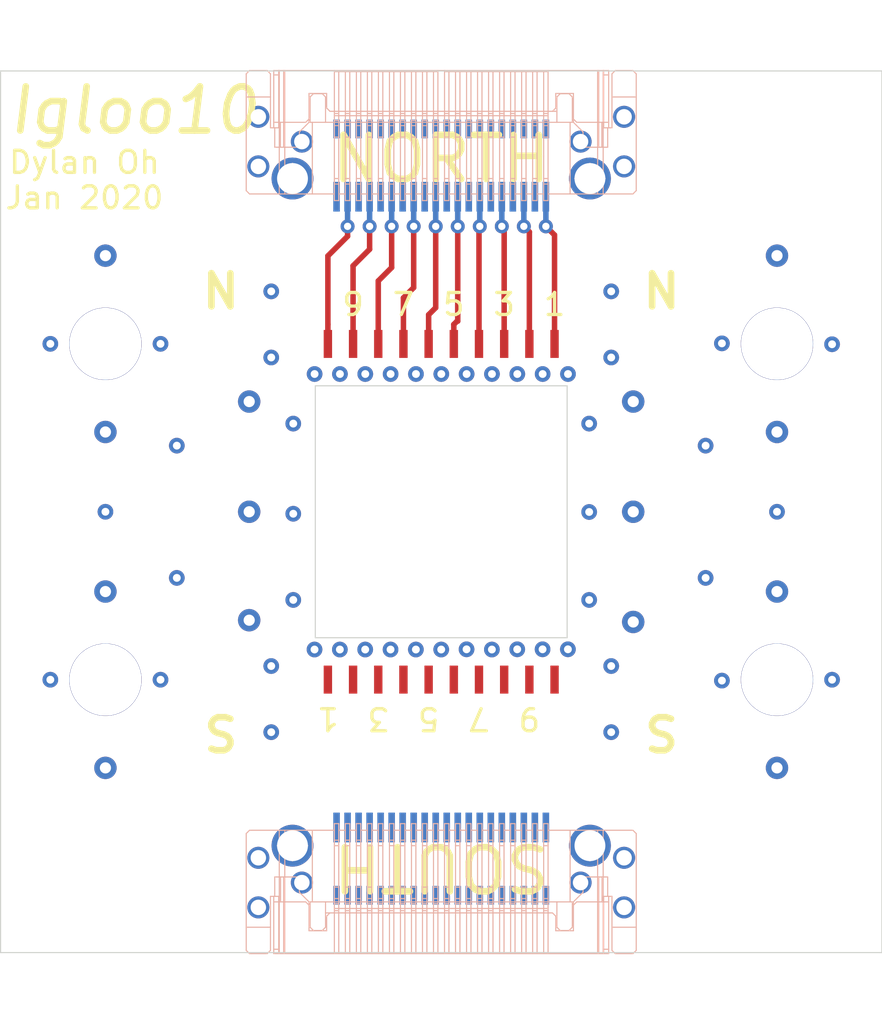
<source format=kicad_pcb>
(kicad_pcb (version 20171130) (host pcbnew "(5.1.5)-3")

  (general
    (thickness 1.6)
    (drawings 26)
    (tracks 116)
    (zones 0)
    (modules 4)
    (nets 22)
  )

  (page A4)
  (layers
    (0 F.Cu signal)
    (31 B.Cu signal)
    (32 B.Adhes user)
    (33 F.Adhes user)
    (34 B.Paste user)
    (35 F.Paste user)
    (36 B.SilkS user)
    (37 F.SilkS user)
    (38 B.Mask user)
    (39 F.Mask user)
    (40 Dwgs.User user)
    (41 Cmts.User user)
    (42 Eco1.User user)
    (43 Eco2.User user)
    (44 Edge.Cuts user)
    (45 Margin user)
    (46 B.CrtYd user)
    (47 F.CrtYd user)
    (48 B.Fab user)
    (49 F.Fab user)
  )

  (setup
    (last_trace_width 0.25)
    (trace_clearance 0.2)
    (zone_clearance 0.3)
    (zone_45_only no)
    (trace_min 0.2)
    (via_size 0.8)
    (via_drill 0.4)
    (via_min_size 0.4)
    (via_min_drill 0.3)
    (user_via 0.635 0.3302)
    (uvia_size 0.3)
    (uvia_drill 0.1)
    (uvias_allowed no)
    (uvia_min_size 0.2)
    (uvia_min_drill 0.1)
    (edge_width 0.05)
    (segment_width 0.2)
    (pcb_text_width 0.3)
    (pcb_text_size 1.5 1.5)
    (mod_edge_width 0.12)
    (mod_text_size 1 1)
    (mod_text_width 0.15)
    (pad_size 0.3 1.35)
    (pad_drill 0)
    (pad_to_mask_clearance 0.051)
    (solder_mask_min_width 0.25)
    (aux_axis_origin 0 0)
    (visible_elements FFFFFF7F)
    (pcbplotparams
      (layerselection 0x010fc_ffffffff)
      (usegerberextensions false)
      (usegerberattributes false)
      (usegerberadvancedattributes false)
      (creategerberjobfile false)
      (excludeedgelayer true)
      (linewidth 0.100000)
      (plotframeref false)
      (viasonmask false)
      (mode 1)
      (useauxorigin false)
      (hpglpennumber 1)
      (hpglpenspeed 20)
      (hpglpendiameter 15.000000)
      (psnegative false)
      (psa4output false)
      (plotreference true)
      (plotvalue true)
      (plotinvisibletext false)
      (padsonsilk false)
      (subtractmaskfromsilk false)
      (outputformat 1)
      (mirror false)
      (drillshape 1)
      (scaleselection 1)
      (outputdirectory ""))
  )

  (net 0 "")
  (net 1 "Net-(J1-Pad20)")
  (net 2 "Net-(J1-Pad16)")
  (net 3 "Net-(J1-Pad12)")
  (net 4 "Net-(J1-Pad8)")
  (net 5 "Net-(J1-Pad4)")
  (net 6 "Net-(J1-Pad28)")
  (net 7 "Net-(J1-Pad32)")
  (net 8 "Net-(J1-Pad40)")
  (net 9 "Net-(J1-Pad24)")
  (net 10 "Net-(J1-Pad36)")
  (net 11 "Net-(J2-Pad20)")
  (net 12 "Net-(J2-Pad16)")
  (net 13 "Net-(J2-Pad12)")
  (net 14 "Net-(J2-Pad8)")
  (net 15 "Net-(J2-Pad4)")
  (net 16 "Net-(J2-Pad28)")
  (net 17 "Net-(J2-Pad32)")
  (net 18 "Net-(J2-Pad40)")
  (net 19 "Net-(J2-Pad24)")
  (net 20 "Net-(J2-Pad36)")
  (net 21 GND)

  (net_class Default "This is the default net class."
    (clearance 0.2)
    (trace_width 0.25)
    (via_dia 0.8)
    (via_drill 0.4)
    (uvia_dia 0.3)
    (uvia_drill 0.1)
    (add_net GND)
    (add_net "Net-(J1-Pad12)")
    (add_net "Net-(J1-Pad16)")
    (add_net "Net-(J1-Pad20)")
    (add_net "Net-(J1-Pad24)")
    (add_net "Net-(J1-Pad28)")
    (add_net "Net-(J1-Pad32)")
    (add_net "Net-(J1-Pad36)")
    (add_net "Net-(J1-Pad4)")
    (add_net "Net-(J1-Pad40)")
    (add_net "Net-(J1-Pad8)")
    (add_net "Net-(J2-Pad12)")
    (add_net "Net-(J2-Pad16)")
    (add_net "Net-(J2-Pad20)")
    (add_net "Net-(J2-Pad24)")
    (add_net "Net-(J2-Pad28)")
    (add_net "Net-(J2-Pad32)")
    (add_net "Net-(J2-Pad36)")
    (add_net "Net-(J2-Pad4)")
    (add_net "Net-(J2-Pad40)")
    (add_net "Net-(J2-Pad8)")
  )

  (module Igloo10:LSHM-110-01-L-RH-A-S-TR (layer B.Cu) (tedit 5E1FB000) (tstamp 5E211C42)
    (at 115.87 42.5)
    (path /5E1FE2A2)
    (fp_text reference J1 (at -0.2105 10.413) (layer B.SilkS) hide
      (effects (font (size 1 1) (thickness 0.15)) (justify mirror))
    )
    (fp_text value LSHM-110-01-L-RH-A-S-TR (at -0.2105 11.413) (layer B.Fab) hide
      (effects (font (size 1 1) (thickness 0.15)) (justify mirror))
    )
    (fp_line (start -0.15 3) (end -4.85 3) (layer B.SilkS) (width 0.05))
    (fp_line (start -4.85 4.9) (end -4.85 2.95) (layer B.SilkS) (width 0.05))
    (fp_line (start -0.15 4.9) (end -0.15 2.95) (layer B.SilkS) (width 0.05))
    (fp_line (start -1.65 8.85) (end -1.65 5) (layer B.SilkS) (width 0.05))
    (fp_line (start -1.85 5) (end -1.85 8.85) (layer B.SilkS) (width 0.05))
    (fp_line (start -1.65 8.85) (end -1.85 8.85) (layer B.SilkS) (width 0.05))
    (fp_line (start -0.35 5) (end -0.35 8.85) (layer B.SilkS) (width 0.05))
    (fp_line (start -0.15 8.85) (end -0.15 5) (layer B.SilkS) (width 0.05))
    (fp_line (start -0.15 8.85) (end -0.35 8.85) (layer B.SilkS) (width 0.05))
    (fp_line (start -0.65 8.85) (end -0.65 5) (layer B.SilkS) (width 0.05))
    (fp_line (start -0.85 5) (end -0.85 8.85) (layer B.SilkS) (width 0.05))
    (fp_line (start -0.65 8.85) (end -0.85 8.85) (layer B.SilkS) (width 0.05))
    (fp_line (start -1.15 8.85) (end -1.15 5) (layer B.SilkS) (width 0.05))
    (fp_line (start -1.35 5) (end -1.35 8.85) (layer B.SilkS) (width 0.05))
    (fp_line (start -1.15 8.85) (end -1.35 8.85) (layer B.SilkS) (width 0.05))
    (fp_line (start -2.85 5) (end -2.85 8.85) (layer B.SilkS) (width 0.05))
    (fp_line (start -2.65 8.85) (end -2.65 5) (layer B.SilkS) (width 0.05))
    (fp_line (start -2.65 8.85) (end -2.85 8.85) (layer B.SilkS) (width 0.05))
    (fp_line (start -3.15 8.85) (end -3.15 5) (layer B.SilkS) (width 0.05))
    (fp_line (start -3.35 5) (end -3.35 8.85) (layer B.SilkS) (width 0.05))
    (fp_line (start -3.15 8.85) (end -3.35 8.85) (layer B.SilkS) (width 0.05))
    (fp_line (start -2.35 5) (end -2.35 8.85) (layer B.SilkS) (width 0.05))
    (fp_line (start -2.15 8.85) (end -2.15 5) (layer B.SilkS) (width 0.05))
    (fp_line (start -2.15 8.85) (end -2.35 8.85) (layer B.SilkS) (width 0.05))
    (fp_line (start -4.15 8.85) (end -4.15 5) (layer B.SilkS) (width 0.05))
    (fp_line (start -4.35 5) (end -4.35 8.85) (layer B.SilkS) (width 0.05))
    (fp_line (start -4.15 8.85) (end -4.35 8.85) (layer B.SilkS) (width 0.05))
    (fp_line (start -4.65 8.85) (end -4.65 5) (layer B.SilkS) (width 0.05))
    (fp_line (start -4.85 8.85) (end -4.85 5) (layer B.SilkS) (width 0.05))
    (fp_line (start -4.65 8.85) (end -4.85 8.85) (layer B.SilkS) (width 0.05))
    (fp_line (start -3.65 8.85) (end -3.65 5) (layer B.SilkS) (width 0.05))
    (fp_line (start -3.85 5) (end -3.85 8.85) (layer B.SilkS) (width 0.05))
    (fp_line (start -3.65 8.85) (end -3.85 8.85) (layer B.SilkS) (width 0.05))
    (fp_line (start -4.65 5.45) (end -4.85 5.45) (layer B.SilkS) (width 0.05))
    (fp_line (start -0.65 5.45) (end -0.85 5.45) (layer B.SilkS) (width 0.05))
    (fp_line (start -4.15 5.45) (end -4.35 5.45) (layer B.SilkS) (width 0.05))
    (fp_line (start -0.15 5.45) (end -0.35 5.45) (layer B.SilkS) (width 0.05))
    (fp_line (start -1.15 5.45) (end -1.35 5.45) (layer B.SilkS) (width 0.05))
    (fp_line (start -1.65 5.45) (end -1.85 5.45) (layer B.SilkS) (width 0.05))
    (fp_line (start -2.15 5.45) (end -2.35 5.45) (layer B.SilkS) (width 0.05))
    (fp_line (start -3.15 5.45) (end -3.35 5.45) (layer B.SilkS) (width 0.05))
    (fp_line (start -3.65 5.45) (end -3.85 5.45) (layer B.SilkS) (width 0.05))
    (fp_line (start -2.65 5.45) (end -2.85 5.45) (layer B.SilkS) (width 0.05))
    (fp_line (start -8.2 4.9) (end -8.4 4.9) (layer B.SilkS) (width 0.05))
    (fp_line (start -8.2 5.2) (end -8.4 5.2) (layer B.SilkS) (width 0.05))
    (fp_line (start 8.4 7.45) (end 8.2 7.45) (layer B.SilkS) (width 0.05))
    (fp_line (start 8.4 7.15) (end 8.2 7.15) (layer B.SilkS) (width 0.05))
    (fp_line (start 8.4 5.2) (end 8.2 5.2) (layer B.SilkS) (width 0.05))
    (fp_line (start 8.4 4.9) (end 8.2 4.9) (layer B.SilkS) (width 0.05))
    (fp_line (start -8.2 7.15) (end -8.4 7.15) (layer B.SilkS) (width 0.05))
    (fp_line (start -8.2 7.45) (end -8.4 7.45) (layer B.SilkS) (width 0.05))
    (fp_circle (center 6.75 7.85) (end 7.282983 7.85) (layer B.SilkS) (width 0.05))
    (fp_line (start -6.4375 6.38) (end -6.2125 6.38) (layer B.SilkS) (width 0.05))
    (fp_line (start 6.2125 6.38) (end 6.4375 6.38) (layer B.SilkS) (width 0.05))
    (fp_line (start 6.4375 5.98) (end 6.2125 5.98) (layer B.SilkS) (width 0.05))
    (fp_line (start -6.2125 5.98) (end -6.4375 5.98) (layer B.SilkS) (width 0.05))
    (fp_line (start 6.4375 5.7375) (end 6.4375 6.43) (layer B.SilkS) (width 0.05))
    (fp_line (start -6.4375 6.43) (end -6.4375 5.7375) (layer B.SilkS) (width 0.05))
    (fp_line (start 7.555555 6.43) (end 6.2125 6.43) (layer B.SilkS) (width 0.05))
    (fp_line (start -6.2125 6.43) (end -7.555555 6.43) (layer B.SilkS) (width 0.05))
    (fp_line (start 6.2125 6.43) (end 6.2125 5.93) (layer B.SilkS) (width 0.05))
    (fp_line (start 6.4375 5.93) (end 6.2125 5.93) (layer B.SilkS) (width 0.05))
    (fp_line (start 6 5.3) (end 6.4375 5.7375) (layer B.SilkS) (width 0.05))
    (fp_line (start 6 5.15) (end 6 5.3) (layer B.SilkS) (width 0.05))
    (fp_line (start -6 5.3) (end -6 5.15) (layer B.SilkS) (width 0.05))
    (fp_line (start -6.4375 5.7375) (end -6 5.3) (layer B.SilkS) (width 0.05))
    (fp_line (start -6.2125 5.93) (end -6.4375 5.93) (layer B.SilkS) (width 0.05))
    (fp_line (start -6.2125 6.43) (end -6.2125 5.93) (layer B.SilkS) (width 0.05))
    (fp_line (start 8.4 4.8) (end 8.4 5.3) (layer B.SilkS) (width 0.05))
    (fp_circle (center 6.75 7.85) (end 7.41 7.85) (layer B.SilkS) (width 0.05))
    (fp_line (start 8.2 4.8) (end 8.2 5.3) (layer B.SilkS) (width 0.05))
    (fp_line (start -8.4 5.3) (end -8.2 5.3) (layer B.SilkS) (width 0.05))
    (fp_line (start -7.75 4.15) (end -8.85 4.15) (layer B.SilkS) (width 0.05))
    (fp_line (start -8.2 7.05) (end -8.2 7.55) (layer B.SilkS) (width 0.05))
    (fp_line (start -8.4 7.55) (end -8.2 7.55) (layer B.SilkS) (width 0.05))
    (fp_line (start -8.2 7.05) (end -8.4 7.05) (layer B.SilkS) (width 0.05))
    (fp_line (start -8.2 4.8) (end -8.2 5.3) (layer B.SilkS) (width 0.05))
    (fp_line (start 8.2 5.3) (end 8.4 5.3) (layer B.SilkS) (width 0.05))
    (fp_line (start 8.4 4.8) (end 8.2 4.8) (layer B.SilkS) (width 0.05))
    (fp_line (start 8.4 7.05) (end 8.4 7.55) (layer B.SilkS) (width 0.05))
    (fp_line (start -8.2 4.8) (end -8.4 4.8) (layer B.SilkS) (width 0.05))
    (fp_line (start -8.4 7.05) (end -8.4 7.55) (layer B.SilkS) (width 0.05))
    (fp_line (start 8.2 7.55) (end 8.4 7.55) (layer B.SilkS) (width 0.05))
    (fp_line (start 8.4 7.05) (end 8.2 7.05) (layer B.SilkS) (width 0.05))
    (fp_line (start 8.2 7.05) (end 8.2 7.55) (layer B.SilkS) (width 0.05))
    (fp_line (start -8.4 4.8) (end -8.4 5.3) (layer B.SilkS) (width 0.05))
    (fp_line (start 8.85 4.15) (end 7.75 4.15) (layer B.SilkS) (width 0.05))
    (fp_line (start 7.291421 5.3) (end 7.291421 6.43) (layer B.SilkS) (width 0.05))
    (fp_line (start 7.15 5.3) (end 7.15 6.43) (layer B.SilkS) (width 0.05))
    (fp_line (start -7.15 5.3) (end -7.15 6.43) (layer B.SilkS) (width 0.05))
    (fp_line (start -7.3 6.43) (end -7.3 5.3) (layer B.SilkS) (width 0.05))
    (fp_line (start 7.555555 5.55) (end 7.555555 6.43) (layer B.SilkS) (width 0.05))
    (fp_line (start -7.555555 6.43) (end -7.555555 5.55) (layer B.SilkS) (width 0.05))
    (fp_line (start 7.6 2.95) (end 7.375 2.95) (layer B.SilkS) (width 0.05))
    (fp_line (start 7.6 3.15) (end 7.375 3.15) (layer B.SilkS) (width 0.05))
    (fp_line (start -7.6 2.95) (end -7.375 2.95) (layer B.SilkS) (width 0.05))
    (fp_line (start -7.6 3.15) (end -7.375 3.15) (layer B.SilkS) (width 0.05))
    (fp_line (start -1.85 7.85) (end -1.65 7.85) (layer B.SilkS) (width 0.05))
    (fp_line (start -1.35 7.85) (end -1.15 7.85) (layer B.SilkS) (width 0.05))
    (fp_line (start -4.85 7.85) (end -4.65 7.85) (layer B.SilkS) (width 0.05))
    (fp_line (start -4.35 7.85) (end -4.15 7.85) (layer B.SilkS) (width 0.05))
    (fp_line (start -3.85 7.85) (end -3.65 7.85) (layer B.SilkS) (width 0.05))
    (fp_line (start -2.85 7.85) (end -2.65 7.85) (layer B.SilkS) (width 0.05))
    (fp_line (start -0.85 7.85) (end -0.65 7.85) (layer B.SilkS) (width 0.05))
    (fp_line (start -2.35 7.85) (end -2.15 7.85) (layer B.SilkS) (width 0.05))
    (fp_line (start -3.35 7.85) (end -3.15 7.85) (layer B.SilkS) (width 0.05))
    (fp_line (start -0.35 7.85) (end -0.15 7.85) (layer B.SilkS) (width 0.05))
    (fp_line (start -2.15 3) (end -2.15 4.9) (layer B.SilkS) (width 0.05))
    (fp_line (start -3.65 3) (end -3.65 4.9) (layer B.SilkS) (width 0.05))
    (fp_line (start -1.65 3) (end -1.65 4.9) (layer B.SilkS) (width 0.05))
    (fp_line (start -0.85 4.9) (end -0.85 3) (layer B.SilkS) (width 0.05))
    (fp_line (start -3.15 3) (end -3.15 4.9) (layer B.SilkS) (width 0.05))
    (fp_line (start -0.65 3) (end -0.65 4.9) (layer B.SilkS) (width 0.05))
    (fp_line (start -1.15 3) (end -1.15 4.9) (layer B.SilkS) (width 0.05))
    (fp_line (start -0.35 4.9) (end -0.35 3) (layer B.SilkS) (width 0.05))
    (fp_line (start -2.65 3) (end -2.65 4.9) (layer B.SilkS) (width 0.05))
    (fp_line (start -4.35 4.9) (end -4.35 3) (layer B.SilkS) (width 0.05))
    (fp_line (start -2.35 4.9) (end -2.35 3) (layer B.SilkS) (width 0.05))
    (fp_line (start -4.65 3) (end -4.65 4.9) (layer B.SilkS) (width 0.05))
    (fp_line (start -1.35 4.9) (end -1.35 3) (layer B.SilkS) (width 0.05))
    (fp_line (start -1.85 4.9) (end -1.85 3) (layer B.SilkS) (width 0.05))
    (fp_line (start -3.85 4.9) (end -3.85 3) (layer B.SilkS) (width 0.05))
    (fp_line (start -3.35 4.9) (end -3.35 3) (layer B.SilkS) (width 0.05))
    (fp_line (start -4.15 3) (end -4.15 4.9) (layer B.SilkS) (width 0.05))
    (fp_line (start -2.85 4.9) (end -2.85 3) (layer B.SilkS) (width 0.05))
    (fp_line (start 7.35 2.95) (end -7.375 2.95) (layer B.SilkS) (width 0.05))
    (fp_line (start 7.35 2.95) (end 7.35 5.3) (layer B.SilkS) (width 0.05))
    (fp_line (start 7.1 2.95) (end 7.1 5.3) (layer B.SilkS) (width 0.05))
    (fp_line (start -7.1 2.95) (end -7.1 5.3) (layer B.SilkS) (width 0.05))
    (fp_line (start -7.35 2.95) (end -7.35 5.3) (layer B.SilkS) (width 0.05))
    (fp_line (start 7.375 2.95) (end 7.375 5.3) (layer B.SilkS) (width 0.05))
    (fp_line (start -7.375 2.95) (end -7.375 5.3) (layer B.SilkS) (width 0.05))
    (fp_line (start 6.057 7.85) (end 7.443 7.85) (layer B.SilkS) (width 0.05))
    (fp_line (start 6.75 7.157) (end 6.75 8.543) (layer B.SilkS) (width 0.05))
    (fp_line (start -6.75 7.157) (end -6.75 8.543) (layer B.SilkS) (width 0.05))
    (fp_line (start -7.35375 7.85) (end -6.14625 7.85) (layer B.SilkS) (width 0.05))
    (fp_line (start -7.375 5.55) (end -7.375 5.3) (layer B.SilkS) (width 0.05))
    (fp_line (start -7.6 5.55) (end -7.6 2.95) (layer B.SilkS) (width 0.05))
    (fp_line (start 7.375 5.55) (end 7.375 5.3) (layer B.SilkS) (width 0.05))
    (fp_line (start 7.6 5.55) (end 7.6 2.95) (layer B.SilkS) (width 0.05))
    (fp_line (start -2.35 8.55) (end -2.65 8.55) (layer B.SilkS) (width 0.05))
    (fp_line (start -0.85 8.55) (end -1.15 8.55) (layer B.SilkS) (width 0.05))
    (fp_line (start -0.35 8.55) (end -0.65 8.55) (layer B.SilkS) (width 0.05))
    (fp_line (start -1.85 8.55) (end -2.15 8.55) (layer B.SilkS) (width 0.05))
    (fp_line (start -2.85 8.55) (end -3.15 8.55) (layer B.SilkS) (width 0.05))
    (fp_line (start -1.35 8.55) (end -1.65 8.55) (layer B.SilkS) (width 0.05))
    (fp_line (start 8.7 8.55) (end 4.85 8.55) (layer B.SilkS) (width 0.05))
    (fp_line (start -4.85 8.55) (end -8.7 8.55) (layer B.SilkS) (width 0.05))
    (fp_line (start -3.85 8.55) (end -4.15 8.55) (layer B.SilkS) (width 0.05))
    (fp_line (start -3.35 8.55) (end -3.65 8.55) (layer B.SilkS) (width 0.05))
    (fp_line (start -4.35 8.55) (end -4.65 8.55) (layer B.SilkS) (width 0.05))
    (fp_line (start 7.75 5.55) (end 7.75 3.1) (layer B.SilkS) (width 0.05))
    (fp_line (start 8.85 3.1) (end 8.85 8.4) (layer B.SilkS) (width 0.05))
    (fp_line (start 7.35 5.55) (end 7.75 5.55) (layer B.SilkS) (width 0.05))
    (fp_line (start 7.75 3.1) (end 7.9 2.95) (layer B.SilkS) (width 0.05))
    (fp_line (start 7.9 2.95) (end 8.7 2.95) (layer B.SilkS) (width 0.05))
    (fp_line (start 8.7 2.95) (end 8.85 3.1) (layer B.SilkS) (width 0.05))
    (fp_line (start 8.85 8.4) (end 8.7 8.55) (layer B.SilkS) (width 0.05))
    (fp_line (start -7.75 5.55) (end -7.35 5.55) (layer B.SilkS) (width 0.05))
    (fp_line (start -7.9 2.95) (end -7.75 3.1) (layer B.SilkS) (width 0.05))
    (fp_line (start -8.7 8.55) (end -8.85 8.4) (layer B.SilkS) (width 0.05))
    (fp_line (start -8.85 8.4) (end -8.85 3.1) (layer B.SilkS) (width 0.05))
    (fp_line (start -8.85 3.1) (end -8.7 2.95) (layer B.SilkS) (width 0.05))
    (fp_line (start -8.7 2.95) (end -7.9 2.95) (layer B.SilkS) (width 0.05))
    (fp_line (start -7.75 3.1) (end -7.75 5.55) (layer B.SilkS) (width 0.05))
    (fp_line (start 5.95 5.3) (end -5.95 5.3) (layer B.SilkS) (width 0.05))
    (fp_line (start -2.15 4.9) (end -2.15 5) (layer B.SilkS) (width 0.05))
    (fp_line (start -3.65 4.9) (end -3.65 5) (layer B.SilkS) (width 0.05))
    (fp_line (start -0.85 4.9) (end -0.65 4.9) (layer B.SilkS) (width 0.05))
    (fp_line (start -1.65 4.9) (end -1.65 5) (layer B.SilkS) (width 0.05))
    (fp_line (start -2.85 4.9) (end -2.65 4.9) (layer B.SilkS) (width 0.05))
    (fp_line (start -0.85 5) (end -0.85 4.9) (layer B.SilkS) (width 0.05))
    (fp_line (start -4.85 4.9) (end -4.65 4.9) (layer B.SilkS) (width 0.05))
    (fp_line (start -0.35 4.9) (end -0.15 4.9) (layer B.SilkS) (width 0.05))
    (fp_line (start -3.15 4.9) (end -3.15 5) (layer B.SilkS) (width 0.05))
    (fp_line (start -2.35 4.9) (end -2.15 4.9) (layer B.SilkS) (width 0.05))
    (fp_line (start -0.65 4.9) (end -0.65 5) (layer B.SilkS) (width 0.05))
    (fp_line (start -4.35 4.9) (end -4.15 4.9) (layer B.SilkS) (width 0.05))
    (fp_line (start -1.85 4.9) (end -1.65 4.9) (layer B.SilkS) (width 0.05))
    (fp_line (start -1.15 4.9) (end -1.15 5) (layer B.SilkS) (width 0.05))
    (fp_line (start -0.35 5) (end -0.35 4.9) (layer B.SilkS) (width 0.05))
    (fp_line (start -2.65 4.9) (end -2.65 5) (layer B.SilkS) (width 0.05))
    (fp_line (start -3.85 4.9) (end -3.65 4.9) (layer B.SilkS) (width 0.05))
    (fp_line (start -4.35 5) (end -4.35 4.9) (layer B.SilkS) (width 0.05))
    (fp_line (start -2.35 5) (end -2.35 4.9) (layer B.SilkS) (width 0.05))
    (fp_line (start -4.65 4.9) (end -4.65 5) (layer B.SilkS) (width 0.05))
    (fp_line (start -1.35 4.9) (end -1.15 4.9) (layer B.SilkS) (width 0.05))
    (fp_line (start -4.85 5) (end -4.85 4.9) (layer B.SilkS) (width 0.05))
    (fp_line (start -0.15 4.9) (end -0.15 5) (layer B.SilkS) (width 0.05))
    (fp_line (start -1.35 5) (end -1.35 4.9) (layer B.SilkS) (width 0.05))
    (fp_line (start -1.85 5) (end -1.85 4.9) (layer B.SilkS) (width 0.05))
    (fp_line (start -2.85 5) (end -2.85 4.9) (layer B.SilkS) (width 0.05))
    (fp_line (start -3.35 4.9) (end -3.15 4.9) (layer B.SilkS) (width 0.05))
    (fp_line (start -3.35 5) (end -3.35 4.9) (layer B.SilkS) (width 0.05))
    (fp_line (start -3.85 5) (end -3.85 4.9) (layer B.SilkS) (width 0.05))
    (fp_line (start -4.15 4.9) (end -4.15 5) (layer B.SilkS) (width 0.05))
    (fp_line (start -5.85 8.55) (end -5.85 5.3) (layer B.SilkS) (width 0.05))
    (fp_line (start 5.85 8.55) (end 5.85 5.3) (layer B.SilkS) (width 0.05))
    (fp_line (start -5.05 4.8) (end 5.25 4.8) (layer B.SilkS) (width 0.05))
    (fp_line (start 7.35 5.3) (end 7.35 8.55) (layer B.SilkS) (width 0.05))
    (fp_line (start 7.1 5.3) (end 7.1 8.55) (layer B.SilkS) (width 0.05))
    (fp_line (start -7.1 5.3) (end -7.1 8.55) (layer B.SilkS) (width 0.05))
    (fp_line (start -7.35 5.3) (end -7.35 8.55) (layer B.SilkS) (width 0.05))
    (fp_line (start 7.6 5.3) (end 6.15 5.3) (layer B.SilkS) (width 0.05))
    (fp_line (start -6.15 5.3) (end -7.6 5.3) (layer B.SilkS) (width 0.05))
    (fp_line (start -6.15 5.3) (end -6 5.15) (layer B.SilkS) (width 0.05))
    (fp_line (start -7.15 2.95) (end -7.15 5.3) (layer B.SilkS) (width 0.05))
    (fp_line (start 7.15 2.95) (end 7.15 5.3) (layer B.SilkS) (width 0.05))
    (fp_line (start 6 5.15) (end 6.15 5.3) (layer B.SilkS) (width 0.05))
    (fp_line (start 6 3.99) (end 6 5.15) (layer B.SilkS) (width 0.05))
    (fp_line (start 5.2 3.99) (end 6 3.99) (layer B.SilkS) (width 0.05))
    (fp_line (start 5.2 4.65) (end 5.2 3.99) (layer B.SilkS) (width 0.05))
    (fp_line (start 5.05 4.8) (end 5.2 4.65) (layer B.SilkS) (width 0.05))
    (fp_line (start -5.2 4.65) (end -5.05 4.8) (layer B.SilkS) (width 0.05))
    (fp_line (start -5.2 3.99) (end -5.2 4.65) (layer B.SilkS) (width 0.05))
    (fp_line (start -6 3.99) (end -5.2 3.99) (layer B.SilkS) (width 0.05))
    (fp_line (start -2.15 5.22) (end -2.35 5.22) (layer B.SilkS) (width 0.05))
    (fp_line (start -0.65 5.22) (end -0.85 5.22) (layer B.SilkS) (width 0.05))
    (fp_line (start -3.15 5.22) (end -3.35 5.22) (layer B.SilkS) (width 0.05))
    (fp_line (start -2.65 5.22) (end -2.85 5.22) (layer B.SilkS) (width 0.05))
    (fp_line (start -1.65 5.22) (end -1.85 5.22) (layer B.SilkS) (width 0.05))
    (fp_line (start -4.15 5.22) (end -4.35 5.22) (layer B.SilkS) (width 0.05))
    (fp_line (start -3.65 5.22) (end -3.85 5.22) (layer B.SilkS) (width 0.05))
    (fp_line (start -4.65 5.22) (end -4.85 5.22) (layer B.SilkS) (width 0.05))
    (fp_line (start -0.15 5.22) (end -0.35 5.22) (layer B.SilkS) (width 0.05))
    (fp_line (start -1.15 5.22) (end -1.35 5.22) (layer B.SilkS) (width 0.05))
    (fp_line (start -0.65 5.97) (end -0.85 5.97) (layer B.SilkS) (width 0.05))
    (fp_line (start -0.15 5.97) (end -0.35 5.97) (layer B.SilkS) (width 0.05))
    (fp_line (start -3.65 5.97) (end -3.85 5.97) (layer B.SilkS) (width 0.05))
    (fp_line (start -3.15 5.97) (end -3.35 5.97) (layer B.SilkS) (width 0.05))
    (fp_line (start -4.15 5.97) (end -4.35 5.97) (layer B.SilkS) (width 0.05))
    (fp_line (start -2.65 5.97) (end -2.85 5.97) (layer B.SilkS) (width 0.05))
    (fp_line (start -2.15 5.97) (end -2.35 5.97) (layer B.SilkS) (width 0.05))
    (fp_line (start -1.15 5.97) (end -1.35 5.97) (layer B.SilkS) (width 0.05))
    (fp_line (start -4.65 5.97) (end -4.85 5.97) (layer B.SilkS) (width 0.05))
    (fp_line (start -1.65 5.97) (end -1.85 5.97) (layer B.SilkS) (width 0.05))
    (fp_line (start -3.65 8.1) (end -3.85 8.1) (layer B.SilkS) (width 0.05))
    (fp_line (start -0.15 8.1) (end -0.35 8.1) (layer B.SilkS) (width 0.05))
    (fp_line (start -2.65 8.1) (end -2.85 8.1) (layer B.SilkS) (width 0.05))
    (fp_line (start -3.15 8.1) (end -3.35 8.1) (layer B.SilkS) (width 0.05))
    (fp_line (start -2.15 8.1) (end -2.35 8.1) (layer B.SilkS) (width 0.05))
    (fp_line (start -1.65 8.1) (end -1.85 8.1) (layer B.SilkS) (width 0.05))
    (fp_line (start -4.15 8.1) (end -4.35 8.1) (layer B.SilkS) (width 0.05))
    (fp_line (start -4.65 8.1) (end -4.85 8.1) (layer B.SilkS) (width 0.05))
    (fp_line (start -0.65 8.1) (end -0.85 8.1) (layer B.SilkS) (width 0.05))
    (fp_line (start -1.15 8.1) (end -1.35 8.1) (layer B.SilkS) (width 0.05))
    (fp_line (start -6 5.15) (end -6 3.99) (layer B.SilkS) (width 0.05))
    (fp_line (start 5.95 4.15) (end 5.95 5.3) (layer B.SilkS) (width 0.05))
    (fp_line (start 5.25 4.15) (end 5.4 4) (layer B.SilkS) (width 0.05))
    (fp_line (start 5.8 4) (end 5.95 4.15) (layer B.SilkS) (width 0.05))
    (fp_line (start 5.25 5.3) (end 5.25 4.15) (layer B.SilkS) (width 0.05))
    (fp_line (start 5.4 4) (end 5.8 4) (layer B.SilkS) (width 0.05))
    (fp_line (start -5.4 4) (end -5.25 4.15) (layer B.SilkS) (width 0.05))
    (fp_line (start -5.95 4.15) (end -5.8 4) (layer B.SilkS) (width 0.05))
    (fp_line (start -5.95 5.3) (end -5.95 4.15) (layer B.SilkS) (width 0.05))
    (fp_line (start -5.8 4) (end -5.4 4) (layer B.SilkS) (width 0.05))
    (fp_line (start -5.25 4.15) (end -5.25 5.3) (layer B.SilkS) (width 0.05))
    (fp_circle (center -6.75 7.85) (end -6.217017 7.85) (layer B.SilkS) (width 0.05))
    (fp_circle (center -6.75 7.85) (end -6.09 7.85) (layer B.SilkS) (width 0.05))
    (fp_line (start 2.85 5.45) (end 2.65 5.45) (layer B.SilkS) (width 0.05))
    (fp_line (start 3.85 5.45) (end 3.65 5.45) (layer B.SilkS) (width 0.05))
    (fp_line (start 4.85 5.45) (end 4.65 5.45) (layer B.SilkS) (width 0.05))
    (fp_line (start 4.35 5.45) (end 4.15 5.45) (layer B.SilkS) (width 0.05))
    (fp_line (start 3.35 5.45) (end 3.15 5.45) (layer B.SilkS) (width 0.05))
    (fp_line (start 4.85 5) (end -4.85 5) (layer B.SilkS) (width 0.05))
    (fp_line (start 2.35 5.45) (end 2.15 5.45) (layer B.SilkS) (width 0.05))
    (fp_line (start 1.85 5.45) (end 1.65 5.45) (layer B.SilkS) (width 0.05))
    (fp_line (start 1.35 5.45) (end 1.15 5.45) (layer B.SilkS) (width 0.05))
    (fp_line (start 0.85 5.45) (end 0.65 5.45) (layer B.SilkS) (width 0.05))
    (fp_line (start 0.15 8.85) (end 0.15 5) (layer B.SilkS) (width 0.05))
    (fp_line (start 0.35 8.85) (end 0.35 5) (layer B.SilkS) (width 0.05))
    (fp_line (start 0.15 4.9) (end 0.15 2.95) (layer B.SilkS) (width 0.05))
    (fp_line (start 1.85 8.85) (end 1.85 5) (layer B.SilkS) (width 0.05))
    (fp_line (start 2.35 8.85) (end 2.35 5) (layer B.SilkS) (width 0.05))
    (fp_line (start 2.35 8.85) (end 2.15 8.85) (layer B.SilkS) (width 0.05))
    (fp_line (start 3.65 5) (end 3.65 8.85) (layer B.SilkS) (width 0.05))
    (fp_line (start 4.35 8.85) (end 4.15 8.85) (layer B.SilkS) (width 0.05))
    (fp_line (start 4.85 8.85) (end 4.65 8.85) (layer B.SilkS) (width 0.05))
    (fp_line (start 4.65 5) (end 4.65 8.85) (layer B.SilkS) (width 0.05))
    (fp_line (start 4.85 3) (end 0.15 3) (layer B.SilkS) (width 0.05))
    (fp_line (start 1.35 8.85) (end 1.15 8.85) (layer B.SilkS) (width 0.05))
    (fp_line (start 4.35 8.85) (end 4.35 5) (layer B.SilkS) (width 0.05))
    (fp_line (start 1.15 5) (end 1.15 8.85) (layer B.SilkS) (width 0.05))
    (fp_line (start 2.85 8.85) (end 2.85 5) (layer B.SilkS) (width 0.05))
    (fp_line (start 1.85 8.85) (end 1.65 8.85) (layer B.SilkS) (width 0.05))
    (fp_line (start 1.65 5) (end 1.65 8.85) (layer B.SilkS) (width 0.05))
    (fp_line (start 3.35 8.85) (end 3.15 8.85) (layer B.SilkS) (width 0.05))
    (fp_line (start 0.85 8.85) (end 0.65 8.85) (layer B.SilkS) (width 0.05))
    (fp_line (start 3.35 8.85) (end 3.35 5) (layer B.SilkS) (width 0.05))
    (fp_line (start 0.85 8.85) (end 0.85 5) (layer B.SilkS) (width 0.05))
    (fp_line (start 2.15 5) (end 2.15 8.85) (layer B.SilkS) (width 0.05))
    (fp_line (start 3.85 8.85) (end 3.65 8.85) (layer B.SilkS) (width 0.05))
    (fp_line (start 4.85 8.85) (end 4.85 5) (layer B.SilkS) (width 0.05))
    (fp_line (start 0.35 5.45) (end 0.15 5.45) (layer B.SilkS) (width 0.05))
    (fp_line (start 2.85 8.85) (end 2.65 8.85) (layer B.SilkS) (width 0.05))
    (fp_line (start 1.35 8.85) (end 1.35 5) (layer B.SilkS) (width 0.05))
    (fp_line (start 0.35 8.85) (end 0.15 8.85) (layer B.SilkS) (width 0.05))
    (fp_line (start 0.65 5) (end 0.65 8.85) (layer B.SilkS) (width 0.05))
    (fp_line (start 3.85 8.85) (end 3.85 5) (layer B.SilkS) (width 0.05))
    (fp_line (start 4.15 5) (end 4.15 8.85) (layer B.SilkS) (width 0.05))
    (fp_line (start 2.65 5) (end 2.65 8.85) (layer B.SilkS) (width 0.05))
    (fp_line (start 3.15 5) (end 3.15 8.85) (layer B.SilkS) (width 0.05))
    (fp_line (start 4.85 4.9) (end 4.85 2.95) (layer B.SilkS) (width 0.05))
    (fp_line (start 2.15 7.85) (end 2.35 7.85) (layer B.SilkS) (width 0.05))
    (fp_line (start 3.15 4.9) (end 3.15 3) (layer B.SilkS) (width 0.05))
    (fp_line (start 4.15 4.9) (end 4.15 3) (layer B.SilkS) (width 0.05))
    (fp_line (start 3.15 7.85) (end 3.35 7.85) (layer B.SilkS) (width 0.05))
    (fp_line (start 2.15 4.9) (end 2.15 3) (layer B.SilkS) (width 0.05))
    (fp_line (start 1.65 7.85) (end 1.85 7.85) (layer B.SilkS) (width 0.05))
    (fp_line (start 2.65 4.9) (end 2.65 3) (layer B.SilkS) (width 0.05))
    (fp_line (start 0.65 4.9) (end 0.65 3) (layer B.SilkS) (width 0.05))
    (fp_line (start 2.35 3) (end 2.35 4.9) (layer B.SilkS) (width 0.05))
    (fp_line (start 2.65 7.85) (end 2.85 7.85) (layer B.SilkS) (width 0.05))
    (fp_line (start 1.15 7.85) (end 1.35 7.85) (layer B.SilkS) (width 0.05))
    (fp_line (start 0.15 7.85) (end 0.35 7.85) (layer B.SilkS) (width 0.05))
    (fp_line (start 3.65 4.9) (end 3.65 3) (layer B.SilkS) (width 0.05))
    (fp_line (start 1.65 4.9) (end 1.65 3) (layer B.SilkS) (width 0.05))
    (fp_line (start 4.35 3) (end 4.35 4.9) (layer B.SilkS) (width 0.05))
    (fp_line (start 0.35 3) (end 0.35 4.9) (layer B.SilkS) (width 0.05))
    (fp_line (start 1.15 4.9) (end 1.15 3) (layer B.SilkS) (width 0.05))
    (fp_line (start 3.35 3) (end 3.35 4.9) (layer B.SilkS) (width 0.05))
    (fp_line (start 1.35 3) (end 1.35 4.9) (layer B.SilkS) (width 0.05))
    (fp_line (start 0.65 7.85) (end 0.85 7.85) (layer B.SilkS) (width 0.05))
    (fp_line (start 3.65 7.85) (end 3.85 7.85) (layer B.SilkS) (width 0.05))
    (fp_line (start 4.65 7.85) (end 4.85 7.85) (layer B.SilkS) (width 0.05))
    (fp_line (start 4.15 7.85) (end 4.35 7.85) (layer B.SilkS) (width 0.05))
    (fp_line (start 3.85 3) (end 3.85 4.9) (layer B.SilkS) (width 0.05))
    (fp_line (start 2.85 3) (end 2.85 4.9) (layer B.SilkS) (width 0.05))
    (fp_line (start 0.85 3) (end 0.85 4.9) (layer B.SilkS) (width 0.05))
    (fp_line (start 4.65 4.9) (end 4.65 3) (layer B.SilkS) (width 0.05))
    (fp_line (start 1.85 3) (end 1.85 4.9) (layer B.SilkS) (width 0.05))
    (fp_line (start 3.85 5.97) (end 3.65 5.97) (layer B.SilkS) (width 0.05))
    (fp_line (start 1.65 5) (end 1.65 4.9) (layer B.SilkS) (width 0.05))
    (fp_line (start 2.85 5.97) (end 2.65 5.97) (layer B.SilkS) (width 0.05))
    (fp_line (start 1.85 5.97) (end 1.65 5.97) (layer B.SilkS) (width 0.05))
    (fp_line (start 1.85 5.22) (end 1.65 5.22) (layer B.SilkS) (width 0.05))
    (fp_line (start 4.35 5.22) (end 4.15 5.22) (layer B.SilkS) (width 0.05))
    (fp_line (start 2.85 5.22) (end 2.65 5.22) (layer B.SilkS) (width 0.05))
    (fp_line (start 4.85 5.97) (end 4.65 5.97) (layer B.SilkS) (width 0.05))
    (fp_line (start 4.85 5.22) (end 4.65 5.22) (layer B.SilkS) (width 0.05))
    (fp_line (start 1.35 5.22) (end 1.15 5.22) (layer B.SilkS) (width 0.05))
    (fp_line (start 3.65 5) (end 3.65 4.9) (layer B.SilkS) (width 0.05))
    (fp_line (start 3.15 5) (end 3.15 4.9) (layer B.SilkS) (width 0.05))
    (fp_line (start 3.85 5.22) (end 3.65 5.22) (layer B.SilkS) (width 0.05))
    (fp_line (start 4.35 8.1) (end 4.15 8.1) (layer B.SilkS) (width 0.05))
    (fp_line (start 2.35 8.1) (end 2.15 8.1) (layer B.SilkS) (width 0.05))
    (fp_line (start 1.35 8.1) (end 1.15 8.1) (layer B.SilkS) (width 0.05))
    (fp_line (start 3.35 5.97) (end 3.15 5.97) (layer B.SilkS) (width 0.05))
    (fp_line (start 0.85 5.22) (end 0.65 5.22) (layer B.SilkS) (width 0.05))
    (fp_line (start 2.85 8.1) (end 2.65 8.1) (layer B.SilkS) (width 0.05))
    (fp_line (start 2.35 5.22) (end 2.15 5.22) (layer B.SilkS) (width 0.05))
    (fp_line (start 1.15 5) (end 1.15 4.9) (layer B.SilkS) (width 0.05))
    (fp_line (start 2.35 5.97) (end 2.15 5.97) (layer B.SilkS) (width 0.05))
    (fp_line (start 0.85 5.97) (end 0.65 5.97) (layer B.SilkS) (width 0.05))
    (fp_line (start 0.35 5.22) (end 0.15 5.22) (layer B.SilkS) (width 0.05))
    (fp_line (start 0.85 8.1) (end 0.65 8.1) (layer B.SilkS) (width 0.05))
    (fp_line (start 1.65 4.9) (end 1.85 4.9) (layer B.SilkS) (width 0.05))
    (fp_line (start 2.15 5) (end 2.15 4.9) (layer B.SilkS) (width 0.05))
    (fp_line (start 1.85 8.1) (end 1.65 8.1) (layer B.SilkS) (width 0.05))
    (fp_line (start 3.85 8.1) (end 3.65 8.1) (layer B.SilkS) (width 0.05))
    (fp_line (start 3.35 8.1) (end 3.15 8.1) (layer B.SilkS) (width 0.05))
    (fp_line (start 1.35 5.97) (end 1.15 5.97) (layer B.SilkS) (width 0.05))
    (fp_line (start 4.35 5.97) (end 4.15 5.97) (layer B.SilkS) (width 0.05))
    (fp_line (start 0.85 4.9) (end 0.85 5) (layer B.SilkS) (width 0.05))
    (fp_line (start 4.85 8.1) (end 4.65 8.1) (layer B.SilkS) (width 0.05))
    (fp_line (start 3.35 5.22) (end 3.15 5.22) (layer B.SilkS) (width 0.05))
    (fp_line (start 0.35 8.1) (end 0.15 8.1) (layer B.SilkS) (width 0.05))
    (fp_line (start 0.35 5.97) (end 0.15 5.97) (layer B.SilkS) (width 0.05))
    (fp_line (start 2.65 4.9) (end 2.85 4.9) (layer B.SilkS) (width 0.05))
    (fp_line (start 4.15 5) (end 4.15 4.9) (layer B.SilkS) (width 0.05))
    (fp_line (start 1.65 8.55) (end 1.35 8.55) (layer B.SilkS) (width 0.05))
    (fp_line (start 2.85 4.9) (end 2.85 5) (layer B.SilkS) (width 0.05))
    (fp_line (start 2.15 8.55) (end 1.85 8.55) (layer B.SilkS) (width 0.05))
    (fp_line (start 3.35 4.9) (end 3.35 5) (layer B.SilkS) (width 0.05))
    (fp_line (start 1.15 4.9) (end 1.35 4.9) (layer B.SilkS) (width 0.05))
    (fp_line (start 2.65 8.55) (end 2.35 8.55) (layer B.SilkS) (width 0.05))
    (fp_line (start 0.65 5) (end 0.65 4.9) (layer B.SilkS) (width 0.05))
    (fp_line (start 2.35 4.9) (end 2.35 5) (layer B.SilkS) (width 0.05))
    (fp_line (start 4.65 5) (end 4.65 4.9) (layer B.SilkS) (width 0.05))
    (fp_line (start 4.65 4.9) (end 4.85 4.9) (layer B.SilkS) (width 0.05))
    (fp_line (start 4.15 8.55) (end 3.85 8.55) (layer B.SilkS) (width 0.05))
    (fp_line (start 3.85 4.9) (end 3.85 5) (layer B.SilkS) (width 0.05))
    (fp_line (start 0.15 4.9) (end 0.35 4.9) (layer B.SilkS) (width 0.05))
    (fp_line (start 1.15 8.55) (end 0.85 8.55) (layer B.SilkS) (width 0.05))
    (fp_line (start 0.15 5) (end 0.15 4.9) (layer B.SilkS) (width 0.05))
    (fp_line (start 2.15 4.9) (end 2.35 4.9) (layer B.SilkS) (width 0.05))
    (fp_line (start 4.15 4.9) (end 4.35 4.9) (layer B.SilkS) (width 0.05))
    (fp_line (start 3.65 4.9) (end 3.85 4.9) (layer B.SilkS) (width 0.05))
    (fp_line (start 2.65 5) (end 2.65 4.9) (layer B.SilkS) (width 0.05))
    (fp_line (start 1.35 4.9) (end 1.35 5) (layer B.SilkS) (width 0.05))
    (fp_line (start 3.15 4.9) (end 3.35 4.9) (layer B.SilkS) (width 0.05))
    (fp_line (start 4.65 8.55) (end 4.35 8.55) (layer B.SilkS) (width 0.05))
    (fp_line (start 3.15 8.55) (end 2.85 8.55) (layer B.SilkS) (width 0.05))
    (fp_line (start 3.65 8.55) (end 3.35 8.55) (layer B.SilkS) (width 0.05))
    (fp_line (start 0.65 4.9) (end 0.85 4.9) (layer B.SilkS) (width 0.05))
    (fp_line (start 0.65 8.55) (end 0.35 8.55) (layer B.SilkS) (width 0.05))
    (fp_line (start 4.85 4.9) (end 4.85 5) (layer B.SilkS) (width 0.05))
    (fp_line (start 0.35 4.9) (end 0.35 5) (layer B.SilkS) (width 0.05))
    (fp_line (start 4.35 4.9) (end 4.35 5) (layer B.SilkS) (width 0.05))
    (fp_line (start 1.85 4.9) (end 1.85 5) (layer B.SilkS) (width 0.05))
    (fp_line (start 0.15 8.55) (end -0.15 8.55) (layer B.SilkS) (width 0.05))
    (pad 20 smd rect (at -0.25 8.675) (size 0.3 1.35) (layers B.Cu B.Paste B.Mask)
      (net 1 "Net-(J1-Pad20)"))
    (pad 19 smd rect (at -0.25 5.6) (size 0.3 0.85) (layers B.Cu B.Paste B.Mask)
      (net 21 GND))
    (pad 18 smd rect (at -0.75 8.675) (size 0.3 1.35) (layers B.Cu B.Paste B.Mask)
      (net 21 GND))
    (pad 17 smd rect (at -0.75 5.6) (size 0.3 0.85) (layers B.Cu B.Paste B.Mask)
      (net 21 GND))
    (pad 16 smd rect (at -1.25 8.675) (size 0.3 1.35) (layers B.Cu B.Paste B.Mask)
      (net 2 "Net-(J1-Pad16)"))
    (pad 15 smd rect (at -1.25 5.6) (size 0.3 0.85) (layers B.Cu B.Paste B.Mask)
      (net 21 GND))
    (pad 14 smd rect (at -1.75 8.675) (size 0.3 1.35) (layers B.Cu B.Paste B.Mask)
      (net 21 GND))
    (pad 13 smd rect (at -1.75 5.6) (size 0.3 0.85) (layers B.Cu B.Paste B.Mask)
      (net 21 GND))
    (pad 12 smd rect (at -2.25 8.675) (size 0.3 1.35) (layers B.Cu B.Paste B.Mask)
      (net 3 "Net-(J1-Pad12)"))
    (pad 11 smd rect (at -2.25 5.6) (size 0.3 0.85) (layers B.Cu B.Paste B.Mask)
      (net 21 GND))
    (pad 10 smd rect (at -2.75 8.675) (size 0.3 1.35) (layers B.Cu B.Paste B.Mask)
      (net 21 GND))
    (pad 9 smd rect (at -2.75 5.6) (size 0.3 0.85) (layers B.Cu B.Paste B.Mask)
      (net 21 GND))
    (pad 8 smd rect (at -3.25 8.675) (size 0.3 1.35) (layers B.Cu B.Paste B.Mask)
      (net 4 "Net-(J1-Pad8)"))
    (pad 7 smd rect (at -3.25 5.6) (size 0.3 0.85) (layers B.Cu B.Paste B.Mask)
      (net 21 GND))
    (pad 6 smd rect (at -3.75 8.675) (size 0.3 1.35) (layers B.Cu B.Paste B.Mask)
      (net 21 GND))
    (pad 5 smd rect (at -3.75 5.6) (size 0.3 0.85) (layers B.Cu B.Paste B.Mask)
      (net 21 GND))
    (pad 4 smd rect (at -4.25 8.675) (size 0.3 1.35) (layers B.Cu B.Paste B.Mask)
      (net 5 "Net-(J1-Pad4)"))
    (pad 3 smd rect (at -4.25 5.6) (size 0.3 0.85) (layers B.Cu B.Paste B.Mask)
      (net 21 GND))
    (pad 2 smd rect (at -4.75 8.675) (size 0.3 1.35) (layers B.Cu B.Paste B.Mask)
      (net 21 GND))
    (pad 1 smd rect (at -4.75 5.6) (size 0.3 0.85) (layers B.Cu B.Paste B.Mask)
      (net 21 GND))
    (pad 41 thru_hole circle (at -6.325 6.175) (size 1 1) (drill 0.7) (layers *.Cu *.Mask)
      (net 21 GND))
    (pad 41 thru_hole circle (at 6.325 6.175) (size 1 1) (drill 0.7) (layers *.Cu *.Mask)
      (net 21 GND))
    (pad 21 thru_hole circle (at -8.3 5.05) (size 1 1) (drill 0.7) (layers *.Cu *.Mask)
      (net 21 GND))
    (pad 41 thru_hole circle (at -8.3 7.3) (size 1 1) (drill 0.7) (layers *.Cu *.Mask)
      (net 21 GND))
    (pad 41 thru_hole circle (at 8.3 5.05) (size 1 1) (drill 0.7) (layers *.Cu *.Mask)
      (net 21 GND))
    (pad 41 thru_hole circle (at 8.3 7.3) (size 1 1) (drill 0.7) (layers *.Cu *.Mask)
      (net 21 GND))
    (pad 41 thru_hole circle (at -6.75 7.85) (size 1.9 1.9) (drill 1.4) (layers *.Cu *.Mask)
      (net 21 GND))
    (pad 41 thru_hole circle (at 6.75 7.85) (size 1.9 1.9) (drill 1.4) (layers *.Cu *.Mask)
      (net 21 GND))
    (pad 30 smd rect (at 2.25 8.675) (size 0.3 1.35) (layers B.Cu B.Paste B.Mask)
      (net 21 GND))
    (pad 23 smd rect (at 0.75 5.6) (size 0.3 0.85) (layers B.Cu B.Paste B.Mask)
      (net 21 GND))
    (pad 27 smd rect (at 1.75 5.6) (size 0.3 0.85) (layers B.Cu B.Paste B.Mask)
      (net 21 GND))
    (pad 28 smd rect (at 1.75 8.675) (size 0.3 1.35) (layers B.Cu B.Paste B.Mask)
      (net 6 "Net-(J1-Pad28)"))
    (pad 29 smd rect (at 2.25 5.6) (size 0.3 0.85) (layers B.Cu B.Paste B.Mask)
      (net 21 GND))
    (pad 32 smd rect (at 2.75 8.675) (size 0.3 1.35) (layers B.Cu B.Paste B.Mask)
      (net 7 "Net-(J1-Pad32)"))
    (pad 38 smd rect (at 4.25 8.675) (size 0.3 1.35) (layers B.Cu B.Paste B.Mask)
      (net 21 GND))
    (pad 35 smd rect (at 3.75 5.6) (size 0.3 0.85) (layers B.Cu B.Paste B.Mask)
      (net 21 GND))
    (pad 40 smd rect (at 4.75 8.675) (size 0.3 1.35) (layers B.Cu B.Paste B.Mask)
      (net 8 "Net-(J1-Pad40)"))
    (pad 33 smd rect (at 3.25 5.6) (size 0.3 0.85) (layers B.Cu B.Paste B.Mask)
      (net 21 GND))
    (pad 34 smd rect (at 3.25 8.675) (size 0.3 1.35) (layers B.Cu B.Paste B.Mask)
      (net 21 GND))
    (pad 24 smd rect (at 0.75 8.675) (size 0.3 1.35) (layers B.Cu B.Paste B.Mask)
      (net 9 "Net-(J1-Pad24)"))
    (pad 36 smd rect (at 3.75 8.675) (size 0.3 1.35) (layers B.Cu B.Paste B.Mask)
      (net 10 "Net-(J1-Pad36)"))
    (pad 21 smd rect (at 0.25 5.6) (size 0.3 0.85) (layers B.Cu B.Paste B.Mask)
      (net 21 GND))
    (pad 22 smd rect (at 0.25 8.675) (size 0.3 1.35) (layers B.Cu B.Paste B.Mask)
      (net 21 GND))
    (pad 31 smd rect (at 2.75 5.6) (size 0.3 0.85) (layers B.Cu B.Paste B.Mask)
      (net 21 GND))
    (pad 25 smd rect (at 1.25 5.6) (size 0.3 0.85) (layers B.Cu B.Paste B.Mask)
      (net 21 GND))
    (pad 26 smd rect (at 1.25 8.675) (size 0.3 1.35) (layers B.Cu B.Paste B.Mask)
      (net 21 GND))
    (pad 37 smd rect (at 4.25 5.6) (size 0.3 0.85) (layers B.Cu B.Paste B.Mask)
      (net 21 GND))
    (pad 39 smd rect (at 4.75 5.6) (size 0.3 0.85) (layers B.Cu B.Paste B.Mask)
      (net 21 GND))
    (model ${KIPRJMOD}/Igloo10.3dshapes/LSHM-120-01-L-RH-A-S-TR.wrl
      (at (xyz 0 0 0))
      (scale (xyz 1 1 1))
      (rotate (xyz 0 0 0))
    )
  )

  (module Igloo10:TEST_PAD (layer F.Cu) (tedit 5E1FAF51) (tstamp 5E211C50)
    (at 115.87 57.855 180)
    (path /5E20D54C)
    (fp_text reference U1 (at 0 -3.429) (layer F.SilkS) hide
      (effects (font (size 1 1) (thickness 0.15)))
    )
    (fp_text value TEST_PAD (at 0 -1.7145) (layer F.Fab) hide
      (effects (font (size 1 1) (thickness 0.15)))
    )
    (pad 10 smd rect (at 5.1435 0 180) (size 0.381 1.27) (layers F.Cu F.Paste F.Mask)
      (net 5 "Net-(J1-Pad4)"))
    (pad 9 smd rect (at 4.0005 0 180) (size 0.381 1.27) (layers F.Cu F.Paste F.Mask)
      (net 4 "Net-(J1-Pad8)"))
    (pad 8 smd rect (at 2.8575 0 180) (size 0.381 1.27) (layers F.Cu F.Paste F.Mask)
      (net 3 "Net-(J1-Pad12)"))
    (pad 7 smd rect (at 1.7145 0 180) (size 0.381 1.27) (layers F.Cu F.Paste F.Mask)
      (net 2 "Net-(J1-Pad16)"))
    (pad 6 smd rect (at 0.5715 0 180) (size 0.381 1.27) (layers F.Cu F.Paste F.Mask)
      (net 1 "Net-(J1-Pad20)"))
    (pad 5 smd rect (at -0.5715 0 180) (size 0.381 1.27) (layers F.Cu F.Paste F.Mask)
      (net 9 "Net-(J1-Pad24)"))
    (pad 4 smd rect (at -1.7145 0 180) (size 0.381 1.27) (layers F.Cu F.Paste F.Mask)
      (net 6 "Net-(J1-Pad28)"))
    (pad 3 smd rect (at -2.8575 0 180) (size 0.381 1.27) (layers F.Cu F.Paste F.Mask)
      (net 7 "Net-(J1-Pad32)"))
    (pad 2 smd rect (at -4.0005 0 180) (size 0.381 1.27) (layers F.Cu F.Paste F.Mask)
      (net 10 "Net-(J1-Pad36)"))
    (pad 1 smd rect (at -5.1435 0 180) (size 0.381 1.27) (layers F.Cu F.Paste F.Mask)
      (net 8 "Net-(J1-Pad40)"))
  )

  (module Igloo10:LSHM-110-01-L-RH-A-S-TR (layer B.Cu) (tedit 5E1FA943) (tstamp 5E2131C6)
    (at 115.87 88.47 180)
    (path /5E227DB7)
    (fp_text reference J2 (at -0.2105 10.413) (layer B.SilkS) hide
      (effects (font (size 1 1) (thickness 0.15)) (justify mirror))
    )
    (fp_text value LSHM-110-01-L-RH-A-S-TR (at -0.2105 11.413) (layer B.Fab) hide
      (effects (font (size 1 1) (thickness 0.15)) (justify mirror))
    )
    (fp_line (start -0.15 3) (end -4.85 3) (layer B.SilkS) (width 0.05))
    (fp_line (start -4.85 4.9) (end -4.85 2.95) (layer B.SilkS) (width 0.05))
    (fp_line (start -0.15 4.9) (end -0.15 2.95) (layer B.SilkS) (width 0.05))
    (fp_line (start -1.65 8.85) (end -1.65 5) (layer B.SilkS) (width 0.05))
    (fp_line (start -1.85 5) (end -1.85 8.85) (layer B.SilkS) (width 0.05))
    (fp_line (start -1.65 8.85) (end -1.85 8.85) (layer B.SilkS) (width 0.05))
    (fp_line (start -0.35 5) (end -0.35 8.85) (layer B.SilkS) (width 0.05))
    (fp_line (start -0.15 8.85) (end -0.15 5) (layer B.SilkS) (width 0.05))
    (fp_line (start -0.15 8.85) (end -0.35 8.85) (layer B.SilkS) (width 0.05))
    (fp_line (start -0.65 8.85) (end -0.65 5) (layer B.SilkS) (width 0.05))
    (fp_line (start -0.85 5) (end -0.85 8.85) (layer B.SilkS) (width 0.05))
    (fp_line (start -0.65 8.85) (end -0.85 8.85) (layer B.SilkS) (width 0.05))
    (fp_line (start -1.15 8.85) (end -1.15 5) (layer B.SilkS) (width 0.05))
    (fp_line (start -1.35 5) (end -1.35 8.85) (layer B.SilkS) (width 0.05))
    (fp_line (start -1.15 8.85) (end -1.35 8.85) (layer B.SilkS) (width 0.05))
    (fp_line (start -2.85 5) (end -2.85 8.85) (layer B.SilkS) (width 0.05))
    (fp_line (start -2.65 8.85) (end -2.65 5) (layer B.SilkS) (width 0.05))
    (fp_line (start -2.65 8.85) (end -2.85 8.85) (layer B.SilkS) (width 0.05))
    (fp_line (start -3.15 8.85) (end -3.15 5) (layer B.SilkS) (width 0.05))
    (fp_line (start -3.35 5) (end -3.35 8.85) (layer B.SilkS) (width 0.05))
    (fp_line (start -3.15 8.85) (end -3.35 8.85) (layer B.SilkS) (width 0.05))
    (fp_line (start -2.35 5) (end -2.35 8.85) (layer B.SilkS) (width 0.05))
    (fp_line (start -2.15 8.85) (end -2.15 5) (layer B.SilkS) (width 0.05))
    (fp_line (start -2.15 8.85) (end -2.35 8.85) (layer B.SilkS) (width 0.05))
    (fp_line (start -4.15 8.85) (end -4.15 5) (layer B.SilkS) (width 0.05))
    (fp_line (start -4.35 5) (end -4.35 8.85) (layer B.SilkS) (width 0.05))
    (fp_line (start -4.15 8.85) (end -4.35 8.85) (layer B.SilkS) (width 0.05))
    (fp_line (start -4.65 8.85) (end -4.65 5) (layer B.SilkS) (width 0.05))
    (fp_line (start -4.85 8.85) (end -4.85 5) (layer B.SilkS) (width 0.05))
    (fp_line (start -4.65 8.85) (end -4.85 8.85) (layer B.SilkS) (width 0.05))
    (fp_line (start -3.65 8.85) (end -3.65 5) (layer B.SilkS) (width 0.05))
    (fp_line (start -3.85 5) (end -3.85 8.85) (layer B.SilkS) (width 0.05))
    (fp_line (start -3.65 8.85) (end -3.85 8.85) (layer B.SilkS) (width 0.05))
    (fp_line (start -4.65 5.45) (end -4.85 5.45) (layer B.SilkS) (width 0.05))
    (fp_line (start -0.65 5.45) (end -0.85 5.45) (layer B.SilkS) (width 0.05))
    (fp_line (start -4.15 5.45) (end -4.35 5.45) (layer B.SilkS) (width 0.05))
    (fp_line (start -0.15 5.45) (end -0.35 5.45) (layer B.SilkS) (width 0.05))
    (fp_line (start -1.15 5.45) (end -1.35 5.45) (layer B.SilkS) (width 0.05))
    (fp_line (start -1.65 5.45) (end -1.85 5.45) (layer B.SilkS) (width 0.05))
    (fp_line (start -2.15 5.45) (end -2.35 5.45) (layer B.SilkS) (width 0.05))
    (fp_line (start -3.15 5.45) (end -3.35 5.45) (layer B.SilkS) (width 0.05))
    (fp_line (start -3.65 5.45) (end -3.85 5.45) (layer B.SilkS) (width 0.05))
    (fp_line (start -2.65 5.45) (end -2.85 5.45) (layer B.SilkS) (width 0.05))
    (fp_line (start -8.2 4.9) (end -8.4 4.9) (layer B.SilkS) (width 0.05))
    (fp_line (start -8.2 5.2) (end -8.4 5.2) (layer B.SilkS) (width 0.05))
    (fp_line (start 8.4 7.45) (end 8.2 7.45) (layer B.SilkS) (width 0.05))
    (fp_line (start 8.4 7.15) (end 8.2 7.15) (layer B.SilkS) (width 0.05))
    (fp_line (start 8.4 5.2) (end 8.2 5.2) (layer B.SilkS) (width 0.05))
    (fp_line (start 8.4 4.9) (end 8.2 4.9) (layer B.SilkS) (width 0.05))
    (fp_line (start -8.2 7.15) (end -8.4 7.15) (layer B.SilkS) (width 0.05))
    (fp_line (start -8.2 7.45) (end -8.4 7.45) (layer B.SilkS) (width 0.05))
    (fp_circle (center 6.75 7.85) (end 7.282983 7.85) (layer B.SilkS) (width 0.05))
    (fp_line (start -6.4375 6.38) (end -6.2125 6.38) (layer B.SilkS) (width 0.05))
    (fp_line (start 6.2125 6.38) (end 6.4375 6.38) (layer B.SilkS) (width 0.05))
    (fp_line (start 6.4375 5.98) (end 6.2125 5.98) (layer B.SilkS) (width 0.05))
    (fp_line (start -6.2125 5.98) (end -6.4375 5.98) (layer B.SilkS) (width 0.05))
    (fp_line (start 6.4375 5.7375) (end 6.4375 6.43) (layer B.SilkS) (width 0.05))
    (fp_line (start -6.4375 6.43) (end -6.4375 5.7375) (layer B.SilkS) (width 0.05))
    (fp_line (start 7.555555 6.43) (end 6.2125 6.43) (layer B.SilkS) (width 0.05))
    (fp_line (start -6.2125 6.43) (end -7.555555 6.43) (layer B.SilkS) (width 0.05))
    (fp_line (start 6.2125 6.43) (end 6.2125 5.93) (layer B.SilkS) (width 0.05))
    (fp_line (start 6.4375 5.93) (end 6.2125 5.93) (layer B.SilkS) (width 0.05))
    (fp_line (start 6 5.3) (end 6.4375 5.7375) (layer B.SilkS) (width 0.05))
    (fp_line (start 6 5.15) (end 6 5.3) (layer B.SilkS) (width 0.05))
    (fp_line (start -6 5.3) (end -6 5.15) (layer B.SilkS) (width 0.05))
    (fp_line (start -6.4375 5.7375) (end -6 5.3) (layer B.SilkS) (width 0.05))
    (fp_line (start -6.2125 5.93) (end -6.4375 5.93) (layer B.SilkS) (width 0.05))
    (fp_line (start -6.2125 6.43) (end -6.2125 5.93) (layer B.SilkS) (width 0.05))
    (fp_line (start 8.4 4.8) (end 8.4 5.3) (layer B.SilkS) (width 0.05))
    (fp_circle (center 6.75 7.85) (end 7.41 7.85) (layer B.SilkS) (width 0.05))
    (fp_line (start 8.2 4.8) (end 8.2 5.3) (layer B.SilkS) (width 0.05))
    (fp_line (start -8.4 5.3) (end -8.2 5.3) (layer B.SilkS) (width 0.05))
    (fp_line (start -7.75 4.15) (end -8.85 4.15) (layer B.SilkS) (width 0.05))
    (fp_line (start -8.2 7.05) (end -8.2 7.55) (layer B.SilkS) (width 0.05))
    (fp_line (start -8.4 7.55) (end -8.2 7.55) (layer B.SilkS) (width 0.05))
    (fp_line (start -8.2 7.05) (end -8.4 7.05) (layer B.SilkS) (width 0.05))
    (fp_line (start -8.2 4.8) (end -8.2 5.3) (layer B.SilkS) (width 0.05))
    (fp_line (start 8.2 5.3) (end 8.4 5.3) (layer B.SilkS) (width 0.05))
    (fp_line (start 8.4 4.8) (end 8.2 4.8) (layer B.SilkS) (width 0.05))
    (fp_line (start 8.4 7.05) (end 8.4 7.55) (layer B.SilkS) (width 0.05))
    (fp_line (start -8.2 4.8) (end -8.4 4.8) (layer B.SilkS) (width 0.05))
    (fp_line (start -8.4 7.05) (end -8.4 7.55) (layer B.SilkS) (width 0.05))
    (fp_line (start 8.2 7.55) (end 8.4 7.55) (layer B.SilkS) (width 0.05))
    (fp_line (start 8.4 7.05) (end 8.2 7.05) (layer B.SilkS) (width 0.05))
    (fp_line (start 8.2 7.05) (end 8.2 7.55) (layer B.SilkS) (width 0.05))
    (fp_line (start -8.4 4.8) (end -8.4 5.3) (layer B.SilkS) (width 0.05))
    (fp_line (start 8.85 4.15) (end 7.75 4.15) (layer B.SilkS) (width 0.05))
    (fp_line (start 7.291421 5.3) (end 7.291421 6.43) (layer B.SilkS) (width 0.05))
    (fp_line (start 7.15 5.3) (end 7.15 6.43) (layer B.SilkS) (width 0.05))
    (fp_line (start -7.15 5.3) (end -7.15 6.43) (layer B.SilkS) (width 0.05))
    (fp_line (start -7.3 6.43) (end -7.3 5.3) (layer B.SilkS) (width 0.05))
    (fp_line (start 7.555555 5.55) (end 7.555555 6.43) (layer B.SilkS) (width 0.05))
    (fp_line (start -7.555555 6.43) (end -7.555555 5.55) (layer B.SilkS) (width 0.05))
    (fp_line (start 7.6 2.95) (end 7.375 2.95) (layer B.SilkS) (width 0.05))
    (fp_line (start 7.6 3.15) (end 7.375 3.15) (layer B.SilkS) (width 0.05))
    (fp_line (start -7.6 2.95) (end -7.375 2.95) (layer B.SilkS) (width 0.05))
    (fp_line (start -7.6 3.15) (end -7.375 3.15) (layer B.SilkS) (width 0.05))
    (fp_line (start -1.85 7.85) (end -1.65 7.85) (layer B.SilkS) (width 0.05))
    (fp_line (start -1.35 7.85) (end -1.15 7.85) (layer B.SilkS) (width 0.05))
    (fp_line (start -4.85 7.85) (end -4.65 7.85) (layer B.SilkS) (width 0.05))
    (fp_line (start -4.35 7.85) (end -4.15 7.85) (layer B.SilkS) (width 0.05))
    (fp_line (start -3.85 7.85) (end -3.65 7.85) (layer B.SilkS) (width 0.05))
    (fp_line (start -2.85 7.85) (end -2.65 7.85) (layer B.SilkS) (width 0.05))
    (fp_line (start -0.85 7.85) (end -0.65 7.85) (layer B.SilkS) (width 0.05))
    (fp_line (start -2.35 7.85) (end -2.15 7.85) (layer B.SilkS) (width 0.05))
    (fp_line (start -3.35 7.85) (end -3.15 7.85) (layer B.SilkS) (width 0.05))
    (fp_line (start -0.35 7.85) (end -0.15 7.85) (layer B.SilkS) (width 0.05))
    (fp_line (start -2.15 3) (end -2.15 4.9) (layer B.SilkS) (width 0.05))
    (fp_line (start -3.65 3) (end -3.65 4.9) (layer B.SilkS) (width 0.05))
    (fp_line (start -1.65 3) (end -1.65 4.9) (layer B.SilkS) (width 0.05))
    (fp_line (start -0.85 4.9) (end -0.85 3) (layer B.SilkS) (width 0.05))
    (fp_line (start -3.15 3) (end -3.15 4.9) (layer B.SilkS) (width 0.05))
    (fp_line (start -0.65 3) (end -0.65 4.9) (layer B.SilkS) (width 0.05))
    (fp_line (start -1.15 3) (end -1.15 4.9) (layer B.SilkS) (width 0.05))
    (fp_line (start -0.35 4.9) (end -0.35 3) (layer B.SilkS) (width 0.05))
    (fp_line (start -2.65 3) (end -2.65 4.9) (layer B.SilkS) (width 0.05))
    (fp_line (start -4.35 4.9) (end -4.35 3) (layer B.SilkS) (width 0.05))
    (fp_line (start -2.35 4.9) (end -2.35 3) (layer B.SilkS) (width 0.05))
    (fp_line (start -4.65 3) (end -4.65 4.9) (layer B.SilkS) (width 0.05))
    (fp_line (start -1.35 4.9) (end -1.35 3) (layer B.SilkS) (width 0.05))
    (fp_line (start -1.85 4.9) (end -1.85 3) (layer B.SilkS) (width 0.05))
    (fp_line (start -3.85 4.9) (end -3.85 3) (layer B.SilkS) (width 0.05))
    (fp_line (start -3.35 4.9) (end -3.35 3) (layer B.SilkS) (width 0.05))
    (fp_line (start -4.15 3) (end -4.15 4.9) (layer B.SilkS) (width 0.05))
    (fp_line (start -2.85 4.9) (end -2.85 3) (layer B.SilkS) (width 0.05))
    (fp_line (start 7.35 2.95) (end -7.375 2.95) (layer B.SilkS) (width 0.05))
    (fp_line (start 7.35 2.95) (end 7.35 5.3) (layer B.SilkS) (width 0.05))
    (fp_line (start 7.1 2.95) (end 7.1 5.3) (layer B.SilkS) (width 0.05))
    (fp_line (start -7.1 2.95) (end -7.1 5.3) (layer B.SilkS) (width 0.05))
    (fp_line (start -7.35 2.95) (end -7.35 5.3) (layer B.SilkS) (width 0.05))
    (fp_line (start 7.375 2.95) (end 7.375 5.3) (layer B.SilkS) (width 0.05))
    (fp_line (start -7.375 2.95) (end -7.375 5.3) (layer B.SilkS) (width 0.05))
    (fp_line (start 6.057 7.85) (end 7.443 7.85) (layer B.SilkS) (width 0.05))
    (fp_line (start 6.75 7.157) (end 6.75 8.543) (layer B.SilkS) (width 0.05))
    (fp_line (start -6.75 7.157) (end -6.75 8.543) (layer B.SilkS) (width 0.05))
    (fp_line (start -7.35375 7.85) (end -6.14625 7.85) (layer B.SilkS) (width 0.05))
    (fp_line (start -7.375 5.55) (end -7.375 5.3) (layer B.SilkS) (width 0.05))
    (fp_line (start -7.6 5.55) (end -7.6 2.95) (layer B.SilkS) (width 0.05))
    (fp_line (start 7.375 5.55) (end 7.375 5.3) (layer B.SilkS) (width 0.05))
    (fp_line (start 7.6 5.55) (end 7.6 2.95) (layer B.SilkS) (width 0.05))
    (fp_line (start -2.35 8.55) (end -2.65 8.55) (layer B.SilkS) (width 0.05))
    (fp_line (start -0.85 8.55) (end -1.15 8.55) (layer B.SilkS) (width 0.05))
    (fp_line (start -0.35 8.55) (end -0.65 8.55) (layer B.SilkS) (width 0.05))
    (fp_line (start -1.85 8.55) (end -2.15 8.55) (layer B.SilkS) (width 0.05))
    (fp_line (start -2.85 8.55) (end -3.15 8.55) (layer B.SilkS) (width 0.05))
    (fp_line (start -1.35 8.55) (end -1.65 8.55) (layer B.SilkS) (width 0.05))
    (fp_line (start 8.7 8.55) (end 4.85 8.55) (layer B.SilkS) (width 0.05))
    (fp_line (start -4.85 8.55) (end -8.7 8.55) (layer B.SilkS) (width 0.05))
    (fp_line (start -3.85 8.55) (end -4.15 8.55) (layer B.SilkS) (width 0.05))
    (fp_line (start -3.35 8.55) (end -3.65 8.55) (layer B.SilkS) (width 0.05))
    (fp_line (start -4.35 8.55) (end -4.65 8.55) (layer B.SilkS) (width 0.05))
    (fp_line (start 7.75 5.55) (end 7.75 3.1) (layer B.SilkS) (width 0.05))
    (fp_line (start 8.85 3.1) (end 8.85 8.4) (layer B.SilkS) (width 0.05))
    (fp_line (start 7.35 5.55) (end 7.75 5.55) (layer B.SilkS) (width 0.05))
    (fp_line (start 7.75 3.1) (end 7.9 2.95) (layer B.SilkS) (width 0.05))
    (fp_line (start 7.9 2.95) (end 8.7 2.95) (layer B.SilkS) (width 0.05))
    (fp_line (start 8.7 2.95) (end 8.85 3.1) (layer B.SilkS) (width 0.05))
    (fp_line (start 8.85 8.4) (end 8.7 8.55) (layer B.SilkS) (width 0.05))
    (fp_line (start -7.75 5.55) (end -7.35 5.55) (layer B.SilkS) (width 0.05))
    (fp_line (start -7.9 2.95) (end -7.75 3.1) (layer B.SilkS) (width 0.05))
    (fp_line (start -8.7 8.55) (end -8.85 8.4) (layer B.SilkS) (width 0.05))
    (fp_line (start -8.85 8.4) (end -8.85 3.1) (layer B.SilkS) (width 0.05))
    (fp_line (start -8.85 3.1) (end -8.7 2.95) (layer B.SilkS) (width 0.05))
    (fp_line (start -8.7 2.95) (end -7.9 2.95) (layer B.SilkS) (width 0.05))
    (fp_line (start -7.75 3.1) (end -7.75 5.55) (layer B.SilkS) (width 0.05))
    (fp_line (start 5.95 5.3) (end -5.95 5.3) (layer B.SilkS) (width 0.05))
    (fp_line (start -2.15 4.9) (end -2.15 5) (layer B.SilkS) (width 0.05))
    (fp_line (start -3.65 4.9) (end -3.65 5) (layer B.SilkS) (width 0.05))
    (fp_line (start -0.85 4.9) (end -0.65 4.9) (layer B.SilkS) (width 0.05))
    (fp_line (start -1.65 4.9) (end -1.65 5) (layer B.SilkS) (width 0.05))
    (fp_line (start -2.85 4.9) (end -2.65 4.9) (layer B.SilkS) (width 0.05))
    (fp_line (start -0.85 5) (end -0.85 4.9) (layer B.SilkS) (width 0.05))
    (fp_line (start -4.85 4.9) (end -4.65 4.9) (layer B.SilkS) (width 0.05))
    (fp_line (start -0.35 4.9) (end -0.15 4.9) (layer B.SilkS) (width 0.05))
    (fp_line (start -3.15 4.9) (end -3.15 5) (layer B.SilkS) (width 0.05))
    (fp_line (start -2.35 4.9) (end -2.15 4.9) (layer B.SilkS) (width 0.05))
    (fp_line (start -0.65 4.9) (end -0.65 5) (layer B.SilkS) (width 0.05))
    (fp_line (start -4.35 4.9) (end -4.15 4.9) (layer B.SilkS) (width 0.05))
    (fp_line (start -1.85 4.9) (end -1.65 4.9) (layer B.SilkS) (width 0.05))
    (fp_line (start -1.15 4.9) (end -1.15 5) (layer B.SilkS) (width 0.05))
    (fp_line (start -0.35 5) (end -0.35 4.9) (layer B.SilkS) (width 0.05))
    (fp_line (start -2.65 4.9) (end -2.65 5) (layer B.SilkS) (width 0.05))
    (fp_line (start -3.85 4.9) (end -3.65 4.9) (layer B.SilkS) (width 0.05))
    (fp_line (start -4.35 5) (end -4.35 4.9) (layer B.SilkS) (width 0.05))
    (fp_line (start -2.35 5) (end -2.35 4.9) (layer B.SilkS) (width 0.05))
    (fp_line (start -4.65 4.9) (end -4.65 5) (layer B.SilkS) (width 0.05))
    (fp_line (start -1.35 4.9) (end -1.15 4.9) (layer B.SilkS) (width 0.05))
    (fp_line (start -4.85 5) (end -4.85 4.9) (layer B.SilkS) (width 0.05))
    (fp_line (start -0.15 4.9) (end -0.15 5) (layer B.SilkS) (width 0.05))
    (fp_line (start -1.35 5) (end -1.35 4.9) (layer B.SilkS) (width 0.05))
    (fp_line (start -1.85 5) (end -1.85 4.9) (layer B.SilkS) (width 0.05))
    (fp_line (start -2.85 5) (end -2.85 4.9) (layer B.SilkS) (width 0.05))
    (fp_line (start -3.35 4.9) (end -3.15 4.9) (layer B.SilkS) (width 0.05))
    (fp_line (start -3.35 5) (end -3.35 4.9) (layer B.SilkS) (width 0.05))
    (fp_line (start -3.85 5) (end -3.85 4.9) (layer B.SilkS) (width 0.05))
    (fp_line (start -4.15 4.9) (end -4.15 5) (layer B.SilkS) (width 0.05))
    (fp_line (start -5.85 8.55) (end -5.85 5.3) (layer B.SilkS) (width 0.05))
    (fp_line (start 5.85 8.55) (end 5.85 5.3) (layer B.SilkS) (width 0.05))
    (fp_line (start -5.05 4.8) (end 5.25 4.8) (layer B.SilkS) (width 0.05))
    (fp_line (start 7.35 5.3) (end 7.35 8.55) (layer B.SilkS) (width 0.05))
    (fp_line (start 7.1 5.3) (end 7.1 8.55) (layer B.SilkS) (width 0.05))
    (fp_line (start -7.1 5.3) (end -7.1 8.55) (layer B.SilkS) (width 0.05))
    (fp_line (start -7.35 5.3) (end -7.35 8.55) (layer B.SilkS) (width 0.05))
    (fp_line (start 7.6 5.3) (end 6.15 5.3) (layer B.SilkS) (width 0.05))
    (fp_line (start -6.15 5.3) (end -7.6 5.3) (layer B.SilkS) (width 0.05))
    (fp_line (start -6.15 5.3) (end -6 5.15) (layer B.SilkS) (width 0.05))
    (fp_line (start -7.15 2.95) (end -7.15 5.3) (layer B.SilkS) (width 0.05))
    (fp_line (start 7.15 2.95) (end 7.15 5.3) (layer B.SilkS) (width 0.05))
    (fp_line (start 6 5.15) (end 6.15 5.3) (layer B.SilkS) (width 0.05))
    (fp_line (start 6 3.99) (end 6 5.15) (layer B.SilkS) (width 0.05))
    (fp_line (start 5.2 3.99) (end 6 3.99) (layer B.SilkS) (width 0.05))
    (fp_line (start 5.2 4.65) (end 5.2 3.99) (layer B.SilkS) (width 0.05))
    (fp_line (start 5.05 4.8) (end 5.2 4.65) (layer B.SilkS) (width 0.05))
    (fp_line (start -5.2 4.65) (end -5.05 4.8) (layer B.SilkS) (width 0.05))
    (fp_line (start -5.2 3.99) (end -5.2 4.65) (layer B.SilkS) (width 0.05))
    (fp_line (start -6 3.99) (end -5.2 3.99) (layer B.SilkS) (width 0.05))
    (fp_line (start -2.15 5.22) (end -2.35 5.22) (layer B.SilkS) (width 0.05))
    (fp_line (start -0.65 5.22) (end -0.85 5.22) (layer B.SilkS) (width 0.05))
    (fp_line (start -3.15 5.22) (end -3.35 5.22) (layer B.SilkS) (width 0.05))
    (fp_line (start -2.65 5.22) (end -2.85 5.22) (layer B.SilkS) (width 0.05))
    (fp_line (start -1.65 5.22) (end -1.85 5.22) (layer B.SilkS) (width 0.05))
    (fp_line (start -4.15 5.22) (end -4.35 5.22) (layer B.SilkS) (width 0.05))
    (fp_line (start -3.65 5.22) (end -3.85 5.22) (layer B.SilkS) (width 0.05))
    (fp_line (start -4.65 5.22) (end -4.85 5.22) (layer B.SilkS) (width 0.05))
    (fp_line (start -0.15 5.22) (end -0.35 5.22) (layer B.SilkS) (width 0.05))
    (fp_line (start -1.15 5.22) (end -1.35 5.22) (layer B.SilkS) (width 0.05))
    (fp_line (start -0.65 5.97) (end -0.85 5.97) (layer B.SilkS) (width 0.05))
    (fp_line (start -0.15 5.97) (end -0.35 5.97) (layer B.SilkS) (width 0.05))
    (fp_line (start -3.65 5.97) (end -3.85 5.97) (layer B.SilkS) (width 0.05))
    (fp_line (start -3.15 5.97) (end -3.35 5.97) (layer B.SilkS) (width 0.05))
    (fp_line (start -4.15 5.97) (end -4.35 5.97) (layer B.SilkS) (width 0.05))
    (fp_line (start -2.65 5.97) (end -2.85 5.97) (layer B.SilkS) (width 0.05))
    (fp_line (start -2.15 5.97) (end -2.35 5.97) (layer B.SilkS) (width 0.05))
    (fp_line (start -1.15 5.97) (end -1.35 5.97) (layer B.SilkS) (width 0.05))
    (fp_line (start -4.65 5.97) (end -4.85 5.97) (layer B.SilkS) (width 0.05))
    (fp_line (start -1.65 5.97) (end -1.85 5.97) (layer B.SilkS) (width 0.05))
    (fp_line (start -3.65 8.1) (end -3.85 8.1) (layer B.SilkS) (width 0.05))
    (fp_line (start -0.15 8.1) (end -0.35 8.1) (layer B.SilkS) (width 0.05))
    (fp_line (start -2.65 8.1) (end -2.85 8.1) (layer B.SilkS) (width 0.05))
    (fp_line (start -3.15 8.1) (end -3.35 8.1) (layer B.SilkS) (width 0.05))
    (fp_line (start -2.15 8.1) (end -2.35 8.1) (layer B.SilkS) (width 0.05))
    (fp_line (start -1.65 8.1) (end -1.85 8.1) (layer B.SilkS) (width 0.05))
    (fp_line (start -4.15 8.1) (end -4.35 8.1) (layer B.SilkS) (width 0.05))
    (fp_line (start -4.65 8.1) (end -4.85 8.1) (layer B.SilkS) (width 0.05))
    (fp_line (start -0.65 8.1) (end -0.85 8.1) (layer B.SilkS) (width 0.05))
    (fp_line (start -1.15 8.1) (end -1.35 8.1) (layer B.SilkS) (width 0.05))
    (fp_line (start -6 5.15) (end -6 3.99) (layer B.SilkS) (width 0.05))
    (fp_line (start 5.95 4.15) (end 5.95 5.3) (layer B.SilkS) (width 0.05))
    (fp_line (start 5.25 4.15) (end 5.4 4) (layer B.SilkS) (width 0.05))
    (fp_line (start 5.8 4) (end 5.95 4.15) (layer B.SilkS) (width 0.05))
    (fp_line (start 5.25 5.3) (end 5.25 4.15) (layer B.SilkS) (width 0.05))
    (fp_line (start 5.4 4) (end 5.8 4) (layer B.SilkS) (width 0.05))
    (fp_line (start -5.4 4) (end -5.25 4.15) (layer B.SilkS) (width 0.05))
    (fp_line (start -5.95 4.15) (end -5.8 4) (layer B.SilkS) (width 0.05))
    (fp_line (start -5.95 5.3) (end -5.95 4.15) (layer B.SilkS) (width 0.05))
    (fp_line (start -5.8 4) (end -5.4 4) (layer B.SilkS) (width 0.05))
    (fp_line (start -5.25 4.15) (end -5.25 5.3) (layer B.SilkS) (width 0.05))
    (fp_circle (center -6.75 7.85) (end -6.217017 7.85) (layer B.SilkS) (width 0.05))
    (fp_circle (center -6.75 7.85) (end -6.09 7.85) (layer B.SilkS) (width 0.05))
    (fp_line (start 2.85 5.45) (end 2.65 5.45) (layer B.SilkS) (width 0.05))
    (fp_line (start 3.85 5.45) (end 3.65 5.45) (layer B.SilkS) (width 0.05))
    (fp_line (start 4.85 5.45) (end 4.65 5.45) (layer B.SilkS) (width 0.05))
    (fp_line (start 4.35 5.45) (end 4.15 5.45) (layer B.SilkS) (width 0.05))
    (fp_line (start 3.35 5.45) (end 3.15 5.45) (layer B.SilkS) (width 0.05))
    (fp_line (start 4.85 5) (end -4.85 5) (layer B.SilkS) (width 0.05))
    (fp_line (start 2.35 5.45) (end 2.15 5.45) (layer B.SilkS) (width 0.05))
    (fp_line (start 1.85 5.45) (end 1.65 5.45) (layer B.SilkS) (width 0.05))
    (fp_line (start 1.35 5.45) (end 1.15 5.45) (layer B.SilkS) (width 0.05))
    (fp_line (start 0.85 5.45) (end 0.65 5.45) (layer B.SilkS) (width 0.05))
    (fp_line (start 0.15 8.85) (end 0.15 5) (layer B.SilkS) (width 0.05))
    (fp_line (start 0.35 8.85) (end 0.35 5) (layer B.SilkS) (width 0.05))
    (fp_line (start 0.15 4.9) (end 0.15 2.95) (layer B.SilkS) (width 0.05))
    (fp_line (start 1.85 8.85) (end 1.85 5) (layer B.SilkS) (width 0.05))
    (fp_line (start 2.35 8.85) (end 2.35 5) (layer B.SilkS) (width 0.05))
    (fp_line (start 2.35 8.85) (end 2.15 8.85) (layer B.SilkS) (width 0.05))
    (fp_line (start 3.65 5) (end 3.65 8.85) (layer B.SilkS) (width 0.05))
    (fp_line (start 4.35 8.85) (end 4.15 8.85) (layer B.SilkS) (width 0.05))
    (fp_line (start 4.85 8.85) (end 4.65 8.85) (layer B.SilkS) (width 0.05))
    (fp_line (start 4.65 5) (end 4.65 8.85) (layer B.SilkS) (width 0.05))
    (fp_line (start 4.85 3) (end 0.15 3) (layer B.SilkS) (width 0.05))
    (fp_line (start 1.35 8.85) (end 1.15 8.85) (layer B.SilkS) (width 0.05))
    (fp_line (start 4.35 8.85) (end 4.35 5) (layer B.SilkS) (width 0.05))
    (fp_line (start 1.15 5) (end 1.15 8.85) (layer B.SilkS) (width 0.05))
    (fp_line (start 2.85 8.85) (end 2.85 5) (layer B.SilkS) (width 0.05))
    (fp_line (start 1.85 8.85) (end 1.65 8.85) (layer B.SilkS) (width 0.05))
    (fp_line (start 1.65 5) (end 1.65 8.85) (layer B.SilkS) (width 0.05))
    (fp_line (start 3.35 8.85) (end 3.15 8.85) (layer B.SilkS) (width 0.05))
    (fp_line (start 0.85 8.85) (end 0.65 8.85) (layer B.SilkS) (width 0.05))
    (fp_line (start 3.35 8.85) (end 3.35 5) (layer B.SilkS) (width 0.05))
    (fp_line (start 0.85 8.85) (end 0.85 5) (layer B.SilkS) (width 0.05))
    (fp_line (start 2.15 5) (end 2.15 8.85) (layer B.SilkS) (width 0.05))
    (fp_line (start 3.85 8.85) (end 3.65 8.85) (layer B.SilkS) (width 0.05))
    (fp_line (start 4.85 8.85) (end 4.85 5) (layer B.SilkS) (width 0.05))
    (fp_line (start 0.35 5.45) (end 0.15 5.45) (layer B.SilkS) (width 0.05))
    (fp_line (start 2.85 8.85) (end 2.65 8.85) (layer B.SilkS) (width 0.05))
    (fp_line (start 1.35 8.85) (end 1.35 5) (layer B.SilkS) (width 0.05))
    (fp_line (start 0.35 8.85) (end 0.15 8.85) (layer B.SilkS) (width 0.05))
    (fp_line (start 0.65 5) (end 0.65 8.85) (layer B.SilkS) (width 0.05))
    (fp_line (start 3.85 8.85) (end 3.85 5) (layer B.SilkS) (width 0.05))
    (fp_line (start 4.15 5) (end 4.15 8.85) (layer B.SilkS) (width 0.05))
    (fp_line (start 2.65 5) (end 2.65 8.85) (layer B.SilkS) (width 0.05))
    (fp_line (start 3.15 5) (end 3.15 8.85) (layer B.SilkS) (width 0.05))
    (fp_line (start 4.85 4.9) (end 4.85 2.95) (layer B.SilkS) (width 0.05))
    (fp_line (start 2.15 7.85) (end 2.35 7.85) (layer B.SilkS) (width 0.05))
    (fp_line (start 3.15 4.9) (end 3.15 3) (layer B.SilkS) (width 0.05))
    (fp_line (start 4.15 4.9) (end 4.15 3) (layer B.SilkS) (width 0.05))
    (fp_line (start 3.15 7.85) (end 3.35 7.85) (layer B.SilkS) (width 0.05))
    (fp_line (start 2.15 4.9) (end 2.15 3) (layer B.SilkS) (width 0.05))
    (fp_line (start 1.65 7.85) (end 1.85 7.85) (layer B.SilkS) (width 0.05))
    (fp_line (start 2.65 4.9) (end 2.65 3) (layer B.SilkS) (width 0.05))
    (fp_line (start 0.65 4.9) (end 0.65 3) (layer B.SilkS) (width 0.05))
    (fp_line (start 2.35 3) (end 2.35 4.9) (layer B.SilkS) (width 0.05))
    (fp_line (start 2.65 7.85) (end 2.85 7.85) (layer B.SilkS) (width 0.05))
    (fp_line (start 1.15 7.85) (end 1.35 7.85) (layer B.SilkS) (width 0.05))
    (fp_line (start 0.15 7.85) (end 0.35 7.85) (layer B.SilkS) (width 0.05))
    (fp_line (start 3.65 4.9) (end 3.65 3) (layer B.SilkS) (width 0.05))
    (fp_line (start 1.65 4.9) (end 1.65 3) (layer B.SilkS) (width 0.05))
    (fp_line (start 4.35 3) (end 4.35 4.9) (layer B.SilkS) (width 0.05))
    (fp_line (start 0.35 3) (end 0.35 4.9) (layer B.SilkS) (width 0.05))
    (fp_line (start 1.15 4.9) (end 1.15 3) (layer B.SilkS) (width 0.05))
    (fp_line (start 3.35 3) (end 3.35 4.9) (layer B.SilkS) (width 0.05))
    (fp_line (start 1.35 3) (end 1.35 4.9) (layer B.SilkS) (width 0.05))
    (fp_line (start 0.65 7.85) (end 0.85 7.85) (layer B.SilkS) (width 0.05))
    (fp_line (start 3.65 7.85) (end 3.85 7.85) (layer B.SilkS) (width 0.05))
    (fp_line (start 4.65 7.85) (end 4.85 7.85) (layer B.SilkS) (width 0.05))
    (fp_line (start 4.15 7.85) (end 4.35 7.85) (layer B.SilkS) (width 0.05))
    (fp_line (start 3.85 3) (end 3.85 4.9) (layer B.SilkS) (width 0.05))
    (fp_line (start 2.85 3) (end 2.85 4.9) (layer B.SilkS) (width 0.05))
    (fp_line (start 0.85 3) (end 0.85 4.9) (layer B.SilkS) (width 0.05))
    (fp_line (start 4.65 4.9) (end 4.65 3) (layer B.SilkS) (width 0.05))
    (fp_line (start 1.85 3) (end 1.85 4.9) (layer B.SilkS) (width 0.05))
    (fp_line (start 3.85 5.97) (end 3.65 5.97) (layer B.SilkS) (width 0.05))
    (fp_line (start 1.65 5) (end 1.65 4.9) (layer B.SilkS) (width 0.05))
    (fp_line (start 2.85 5.97) (end 2.65 5.97) (layer B.SilkS) (width 0.05))
    (fp_line (start 1.85 5.97) (end 1.65 5.97) (layer B.SilkS) (width 0.05))
    (fp_line (start 1.85 5.22) (end 1.65 5.22) (layer B.SilkS) (width 0.05))
    (fp_line (start 4.35 5.22) (end 4.15 5.22) (layer B.SilkS) (width 0.05))
    (fp_line (start 2.85 5.22) (end 2.65 5.22) (layer B.SilkS) (width 0.05))
    (fp_line (start 4.85 5.97) (end 4.65 5.97) (layer B.SilkS) (width 0.05))
    (fp_line (start 4.85 5.22) (end 4.65 5.22) (layer B.SilkS) (width 0.05))
    (fp_line (start 1.35 5.22) (end 1.15 5.22) (layer B.SilkS) (width 0.05))
    (fp_line (start 3.65 5) (end 3.65 4.9) (layer B.SilkS) (width 0.05))
    (fp_line (start 3.15 5) (end 3.15 4.9) (layer B.SilkS) (width 0.05))
    (fp_line (start 3.85 5.22) (end 3.65 5.22) (layer B.SilkS) (width 0.05))
    (fp_line (start 4.35 8.1) (end 4.15 8.1) (layer B.SilkS) (width 0.05))
    (fp_line (start 2.35 8.1) (end 2.15 8.1) (layer B.SilkS) (width 0.05))
    (fp_line (start 1.35 8.1) (end 1.15 8.1) (layer B.SilkS) (width 0.05))
    (fp_line (start 3.35 5.97) (end 3.15 5.97) (layer B.SilkS) (width 0.05))
    (fp_line (start 0.85 5.22) (end 0.65 5.22) (layer B.SilkS) (width 0.05))
    (fp_line (start 2.85 8.1) (end 2.65 8.1) (layer B.SilkS) (width 0.05))
    (fp_line (start 2.35 5.22) (end 2.15 5.22) (layer B.SilkS) (width 0.05))
    (fp_line (start 1.15 5) (end 1.15 4.9) (layer B.SilkS) (width 0.05))
    (fp_line (start 2.35 5.97) (end 2.15 5.97) (layer B.SilkS) (width 0.05))
    (fp_line (start 0.85 5.97) (end 0.65 5.97) (layer B.SilkS) (width 0.05))
    (fp_line (start 0.35 5.22) (end 0.15 5.22) (layer B.SilkS) (width 0.05))
    (fp_line (start 0.85 8.1) (end 0.65 8.1) (layer B.SilkS) (width 0.05))
    (fp_line (start 1.65 4.9) (end 1.85 4.9) (layer B.SilkS) (width 0.05))
    (fp_line (start 2.15 5) (end 2.15 4.9) (layer B.SilkS) (width 0.05))
    (fp_line (start 1.85 8.1) (end 1.65 8.1) (layer B.SilkS) (width 0.05))
    (fp_line (start 3.85 8.1) (end 3.65 8.1) (layer B.SilkS) (width 0.05))
    (fp_line (start 3.35 8.1) (end 3.15 8.1) (layer B.SilkS) (width 0.05))
    (fp_line (start 1.35 5.97) (end 1.15 5.97) (layer B.SilkS) (width 0.05))
    (fp_line (start 4.35 5.97) (end 4.15 5.97) (layer B.SilkS) (width 0.05))
    (fp_line (start 0.85 4.9) (end 0.85 5) (layer B.SilkS) (width 0.05))
    (fp_line (start 4.85 8.1) (end 4.65 8.1) (layer B.SilkS) (width 0.05))
    (fp_line (start 3.35 5.22) (end 3.15 5.22) (layer B.SilkS) (width 0.05))
    (fp_line (start 0.35 8.1) (end 0.15 8.1) (layer B.SilkS) (width 0.05))
    (fp_line (start 0.35 5.97) (end 0.15 5.97) (layer B.SilkS) (width 0.05))
    (fp_line (start 2.65 4.9) (end 2.85 4.9) (layer B.SilkS) (width 0.05))
    (fp_line (start 4.15 5) (end 4.15 4.9) (layer B.SilkS) (width 0.05))
    (fp_line (start 1.65 8.55) (end 1.35 8.55) (layer B.SilkS) (width 0.05))
    (fp_line (start 2.85 4.9) (end 2.85 5) (layer B.SilkS) (width 0.05))
    (fp_line (start 2.15 8.55) (end 1.85 8.55) (layer B.SilkS) (width 0.05))
    (fp_line (start 3.35 4.9) (end 3.35 5) (layer B.SilkS) (width 0.05))
    (fp_line (start 1.15 4.9) (end 1.35 4.9) (layer B.SilkS) (width 0.05))
    (fp_line (start 2.65 8.55) (end 2.35 8.55) (layer B.SilkS) (width 0.05))
    (fp_line (start 0.65 5) (end 0.65 4.9) (layer B.SilkS) (width 0.05))
    (fp_line (start 2.35 4.9) (end 2.35 5) (layer B.SilkS) (width 0.05))
    (fp_line (start 4.65 5) (end 4.65 4.9) (layer B.SilkS) (width 0.05))
    (fp_line (start 4.65 4.9) (end 4.85 4.9) (layer B.SilkS) (width 0.05))
    (fp_line (start 4.15 8.55) (end 3.85 8.55) (layer B.SilkS) (width 0.05))
    (fp_line (start 3.85 4.9) (end 3.85 5) (layer B.SilkS) (width 0.05))
    (fp_line (start 0.15 4.9) (end 0.35 4.9) (layer B.SilkS) (width 0.05))
    (fp_line (start 1.15 8.55) (end 0.85 8.55) (layer B.SilkS) (width 0.05))
    (fp_line (start 0.15 5) (end 0.15 4.9) (layer B.SilkS) (width 0.05))
    (fp_line (start 2.15 4.9) (end 2.35 4.9) (layer B.SilkS) (width 0.05))
    (fp_line (start 4.15 4.9) (end 4.35 4.9) (layer B.SilkS) (width 0.05))
    (fp_line (start 3.65 4.9) (end 3.85 4.9) (layer B.SilkS) (width 0.05))
    (fp_line (start 2.65 5) (end 2.65 4.9) (layer B.SilkS) (width 0.05))
    (fp_line (start 1.35 4.9) (end 1.35 5) (layer B.SilkS) (width 0.05))
    (fp_line (start 3.15 4.9) (end 3.35 4.9) (layer B.SilkS) (width 0.05))
    (fp_line (start 4.65 8.55) (end 4.35 8.55) (layer B.SilkS) (width 0.05))
    (fp_line (start 3.15 8.55) (end 2.85 8.55) (layer B.SilkS) (width 0.05))
    (fp_line (start 3.65 8.55) (end 3.35 8.55) (layer B.SilkS) (width 0.05))
    (fp_line (start 0.65 4.9) (end 0.85 4.9) (layer B.SilkS) (width 0.05))
    (fp_line (start 0.65 8.55) (end 0.35 8.55) (layer B.SilkS) (width 0.05))
    (fp_line (start 4.85 4.9) (end 4.85 5) (layer B.SilkS) (width 0.05))
    (fp_line (start 0.35 4.9) (end 0.35 5) (layer B.SilkS) (width 0.05))
    (fp_line (start 4.35 4.9) (end 4.35 5) (layer B.SilkS) (width 0.05))
    (fp_line (start 1.85 4.9) (end 1.85 5) (layer B.SilkS) (width 0.05))
    (fp_line (start 0.15 8.55) (end -0.15 8.55) (layer B.SilkS) (width 0.05))
    (pad 20 smd rect (at -0.25 8.675 180) (size 0.3 1.35) (layers B.Cu B.Paste B.Mask)
      (net 11 "Net-(J2-Pad20)"))
    (pad 19 smd rect (at -0.25 5.6 180) (size 0.3 0.85) (layers B.Cu B.Paste B.Mask)
      (net 21 GND))
    (pad 18 smd rect (at -0.75 8.675 180) (size 0.3 1.35) (layers B.Cu B.Paste B.Mask)
      (net 21 GND))
    (pad 17 smd rect (at -0.75 5.6 180) (size 0.3 0.85) (layers B.Cu B.Paste B.Mask)
      (net 21 GND))
    (pad 16 smd rect (at -1.25 8.675 180) (size 0.3 1.35) (layers B.Cu B.Paste B.Mask)
      (net 12 "Net-(J2-Pad16)"))
    (pad 15 smd rect (at -1.25 5.6 180) (size 0.3 0.85) (layers B.Cu B.Paste B.Mask)
      (net 21 GND))
    (pad 14 smd rect (at -1.75 8.675 180) (size 0.3 1.35) (layers B.Cu B.Paste B.Mask)
      (net 21 GND))
    (pad 13 smd rect (at -1.75 5.6 180) (size 0.3 0.85) (layers B.Cu B.Paste B.Mask)
      (net 21 GND))
    (pad 12 smd rect (at -2.25 8.675 180) (size 0.3 1.35) (layers B.Cu B.Paste B.Mask)
      (net 13 "Net-(J2-Pad12)"))
    (pad 11 smd rect (at -2.25 5.6 180) (size 0.3 0.85) (layers B.Cu B.Paste B.Mask)
      (net 21 GND))
    (pad 10 smd rect (at -2.75 8.675 180) (size 0.3 1.35) (layers B.Cu B.Paste B.Mask)
      (net 21 GND))
    (pad 9 smd rect (at -2.75 5.6 180) (size 0.3 0.85) (layers B.Cu B.Paste B.Mask)
      (net 21 GND))
    (pad 8 smd rect (at -3.25 8.675 180) (size 0.3 1.35) (layers B.Cu B.Paste B.Mask)
      (net 14 "Net-(J2-Pad8)"))
    (pad 7 smd rect (at -3.25 5.6 180) (size 0.3 0.85) (layers B.Cu B.Paste B.Mask)
      (net 21 GND))
    (pad 6 smd rect (at -3.75 8.675 180) (size 0.3 1.35) (layers B.Cu B.Paste B.Mask)
      (net 21 GND))
    (pad 5 smd rect (at -3.75 5.6 180) (size 0.3 0.85) (layers B.Cu B.Paste B.Mask)
      (net 21 GND))
    (pad 4 smd rect (at -4.25 8.675 180) (size 0.3 1.35) (layers B.Cu B.Paste B.Mask)
      (net 15 "Net-(J2-Pad4)"))
    (pad 3 smd rect (at -4.25 5.6 180) (size 0.3 0.85) (layers B.Cu B.Paste B.Mask)
      (net 21 GND))
    (pad 2 smd rect (at -4.75 8.675 180) (size 0.3 1.35) (layers B.Cu B.Paste B.Mask)
      (net 21 GND))
    (pad 1 smd rect (at -4.75 5.6 180) (size 0.3 0.85) (layers B.Cu B.Paste B.Mask)
      (net 21 GND))
    (pad 41 thru_hole circle (at -6.325 6.175 180) (size 1 1) (drill 0.7) (layers *.Cu *.Mask)
      (net 21 GND))
    (pad 41 thru_hole circle (at 6.325 6.175 180) (size 1 1) (drill 0.7) (layers *.Cu *.Mask)
      (net 21 GND))
    (pad 21 thru_hole circle (at -8.3 5.05 180) (size 1 1) (drill 0.7) (layers *.Cu *.Mask)
      (net 21 GND))
    (pad 41 thru_hole circle (at -8.3 7.3 180) (size 1 1) (drill 0.7) (layers *.Cu *.Mask)
      (net 21 GND))
    (pad 41 thru_hole circle (at 8.3 5.05 180) (size 1 1) (drill 0.7) (layers *.Cu *.Mask)
      (net 21 GND))
    (pad 41 thru_hole circle (at 8.3 7.3 180) (size 1 1) (drill 0.7) (layers *.Cu *.Mask)
      (net 21 GND))
    (pad 41 thru_hole circle (at -6.75 7.85 180) (size 1.9 1.9) (drill 1.4) (layers *.Cu *.Mask)
      (net 21 GND))
    (pad 41 thru_hole circle (at 6.75 7.85 180) (size 1.9 1.9) (drill 1.4) (layers *.Cu *.Mask)
      (net 21 GND))
    (pad 30 smd rect (at 2.25 8.675 180) (size 0.3 1.35) (layers B.Cu B.Paste B.Mask)
      (net 21 GND))
    (pad 23 smd rect (at 0.75 5.6 180) (size 0.3 0.85) (layers B.Cu B.Paste B.Mask)
      (net 21 GND))
    (pad 27 smd rect (at 1.75 5.6 180) (size 0.3 0.85) (layers B.Cu B.Paste B.Mask)
      (net 21 GND))
    (pad 28 smd rect (at 1.75 8.675 180) (size 0.3 1.35) (layers B.Cu B.Paste B.Mask)
      (net 16 "Net-(J2-Pad28)"))
    (pad 29 smd rect (at 2.25 5.6 180) (size 0.3 0.85) (layers B.Cu B.Paste B.Mask)
      (net 21 GND))
    (pad 32 smd rect (at 2.75 8.675 180) (size 0.3 1.35) (layers B.Cu B.Paste B.Mask)
      (net 17 "Net-(J2-Pad32)"))
    (pad 38 smd rect (at 4.25 8.675 180) (size 0.3 1.35) (layers B.Cu B.Paste B.Mask)
      (net 21 GND))
    (pad 35 smd rect (at 3.75 5.6 180) (size 0.3 0.85) (layers B.Cu B.Paste B.Mask)
      (net 21 GND))
    (pad 40 smd rect (at 4.75 8.675 180) (size 0.3 1.35) (layers B.Cu B.Paste B.Mask)
      (net 18 "Net-(J2-Pad40)"))
    (pad 33 smd rect (at 3.25 5.6 180) (size 0.3 0.85) (layers B.Cu B.Paste B.Mask)
      (net 21 GND))
    (pad 34 smd rect (at 3.25 8.675 180) (size 0.3 1.35) (layers B.Cu B.Paste B.Mask)
      (net 21 GND))
    (pad 24 smd rect (at 0.75 8.675 180) (size 0.3 1.35) (layers B.Cu B.Paste B.Mask)
      (net 19 "Net-(J2-Pad24)"))
    (pad 36 smd rect (at 3.75 8.675 180) (size 0.3 1.35) (layers B.Cu B.Paste B.Mask)
      (net 20 "Net-(J2-Pad36)"))
    (pad 21 smd rect (at 0.25 5.6 180) (size 0.3 0.85) (layers B.Cu B.Paste B.Mask)
      (net 21 GND))
    (pad 22 smd rect (at 0.25 8.675 180) (size 0.3 1.35) (layers B.Cu B.Paste B.Mask)
      (net 21 GND))
    (pad 31 smd rect (at 2.75 5.6 180) (size 0.3 0.85) (layers B.Cu B.Paste B.Mask)
      (net 21 GND))
    (pad 25 smd rect (at 1.25 5.6 180) (size 0.3 0.85) (layers B.Cu B.Paste B.Mask)
      (net 21 GND))
    (pad 26 smd rect (at 1.25 8.675 180) (size 0.3 1.35) (layers B.Cu B.Paste B.Mask)
      (net 21 GND))
    (pad 37 smd rect (at 4.25 5.6 180) (size 0.3 0.85) (layers B.Cu B.Paste B.Mask)
      (net 21 GND))
    (pad 39 smd rect (at 4.75 5.6 180) (size 0.3 0.85) (layers B.Cu B.Paste B.Mask)
      (net 21 GND))
    (model ${KIPRJMOD}/Igloo10.3dshapes/LSHM-120-01-L-RH-A-S-TR.wrl
      (at (xyz 0 0 0))
      (scale (xyz 1 1 1))
      (rotate (xyz 0 0 0))
    )
  )

  (module Igloo10:TEST_PAD (layer F.Cu) (tedit 5E1FAF21) (tstamp 5E2131D4)
    (at 115.87 73.085)
    (path /5E227E19)
    (fp_text reference U2 (at 0 -3.429) (layer F.SilkS) hide
      (effects (font (size 1 1) (thickness 0.15)))
    )
    (fp_text value TEST_PAD (at 0 -1.7145) (layer F.Fab) hide
      (effects (font (size 1 1) (thickness 0.15)))
    )
    (pad 10 smd rect (at 5.1435 0) (size 0.381 1.27) (layers F.Cu F.Paste F.Mask)
      (net 15 "Net-(J2-Pad4)"))
    (pad 9 smd rect (at 4.0005 0) (size 0.381 1.27) (layers F.Cu F.Paste F.Mask)
      (net 14 "Net-(J2-Pad8)"))
    (pad 8 smd rect (at 2.8575 0) (size 0.381 1.27) (layers F.Cu F.Paste F.Mask)
      (net 13 "Net-(J2-Pad12)"))
    (pad 7 smd rect (at 1.7145 0) (size 0.381 1.27) (layers F.Cu F.Paste F.Mask)
      (net 12 "Net-(J2-Pad16)"))
    (pad 6 smd rect (at 0.5715 0) (size 0.381 1.27) (layers F.Cu F.Paste F.Mask)
      (net 11 "Net-(J2-Pad20)"))
    (pad 5 smd rect (at -0.5715 0) (size 0.381 1.27) (layers F.Cu F.Paste F.Mask)
      (net 19 "Net-(J2-Pad24)"))
    (pad 4 smd rect (at -1.7145 0) (size 0.381 1.27) (layers F.Cu F.Paste F.Mask)
      (net 16 "Net-(J2-Pad28)"))
    (pad 3 smd rect (at -2.8575 0) (size 0.381 1.27) (layers F.Cu F.Paste F.Mask)
      (net 17 "Net-(J2-Pad32)"))
    (pad 2 smd rect (at -4.0005 0) (size 0.381 1.27) (layers F.Cu F.Paste F.Mask)
      (net 20 "Net-(J2-Pad36)"))
    (pad 1 smd rect (at -5.1435 0) (size 0.381 1.27) (layers F.Cu F.Paste F.Mask)
      (net 18 "Net-(J2-Pad40)"))
  )

  (gr_text "Dylan Oh\nJan 2020" (at 99.68 50.42) (layer F.SilkS) (tstamp 5E1FB04D)
    (effects (font (size 1 1) (thickness 0.15)))
  )
  (gr_text 9 (at 119.8705 74.86 180) (layer F.SilkS) (tstamp 5E21A577)
    (effects (font (size 1 1) (thickness 0.15)))
  )
  (gr_text 3 (at 113.0125 74.86 180) (layer F.SilkS) (tstamp 5E21A57D)
    (effects (font (size 1 1) (thickness 0.15)))
  )
  (gr_text 7 (at 117.5845 74.86 180) (layer F.SilkS) (tstamp 5E21A580)
    (effects (font (size 1 1) (thickness 0.15)))
  )
  (gr_text NORTH (at 115.87 49.46) (layer F.SilkS) (tstamp 5E1FB045)
    (effects (font (size 2 2) (thickness 0.3)))
  )
  (gr_text N (at 105.87 55.47) (layer F.SilkS) (tstamp 5E1FB044)
    (effects (font (size 1.5 1.5) (thickness 0.3)))
  )
  (gr_text SOUTH (at 115.88 81.6 180) (layer F.SilkS) (tstamp 5E1FB043)
    (effects (font (size 2 2) (thickness 0.3)))
  )
  (gr_text 3 (at 118.7275 56.064) (layer F.SilkS) (tstamp 5E1FB042)
    (effects (font (size 1 1) (thickness 0.15)))
  )
  (gr_text 5 (at 115.2985 74.86 180) (layer F.SilkS) (tstamp 5E21A57A)
    (effects (font (size 1 1) (thickness 0.15)))
  )
  (gr_text N (at 125.87 55.47) (layer F.SilkS) (tstamp 5E1FB040)
    (effects (font (size 1.5 1.5) (thickness 0.3)))
  )
  (gr_text 1 (at 121.0135 56.064) (layer F.SilkS) (tstamp 5E1FB03F)
    (effects (font (size 1 1) (thickness 0.15)))
  )
  (gr_text 7 (at 114.1555 56.064) (layer F.SilkS) (tstamp 5E1FB03E)
    (effects (font (size 1 1) (thickness 0.15)))
  )
  (gr_text 5 (at 116.4415 56.064) (layer F.SilkS) (tstamp 5E1FB03D)
    (effects (font (size 1 1) (thickness 0.15)))
  )
  (gr_text S (at 125.87 75.47 180) (layer F.SilkS) (tstamp 5E1FB03C)
    (effects (font (size 1.5 1.5) (thickness 0.3)))
  )
  (gr_text 9 (at 111.8695 56.064) (layer F.SilkS) (tstamp 5E1FB038)
    (effects (font (size 1 1) (thickness 0.15)))
  )
  (gr_text S (at 105.87 75.47 180) (layer F.SilkS) (tstamp 5E1FB037)
    (effects (font (size 1.5 1.5) (thickness 0.3)))
  )
  (gr_text 1 (at 110.7265 74.86 180) (layer F.SilkS) (tstamp 5E21A574)
    (effects (font (size 1 1) (thickness 0.15)))
  )
  (gr_text Igloo10 (at 101.92 47.26) (layer F.SilkS) (tstamp 5E1FB031)
    (effects (font (size 2 2) (thickness 0.3) italic))
  )
  (gr_line (start 121.585 59.755) (end 121.585 71.185) (layer Edge.Cuts) (width 0.05) (tstamp 5E1FB02E))
  (gr_line (start 135.87 45.47) (end 135.87 85.47) (layer Edge.Cuts) (width 0.05) (tstamp 5E1FB02A))
  (gr_line (start 110.155 59.755) (end 121.585 59.755) (layer Edge.Cuts) (width 0.05) (tstamp 5E1FB029))
  (gr_line (start 110.155 71.185) (end 110.155 59.755) (layer Edge.Cuts) (width 0.05) (tstamp 5E1FB028))
  (gr_line (start 135.87 85.47) (end 95.87 85.47) (layer Edge.Cuts) (width 0.05) (tstamp 5E1FB027))
  (gr_line (start 95.87 85.47) (end 95.87 45.47) (layer Edge.Cuts) (width 0.05) (tstamp 5E1FB01E))
  (gr_line (start 121.585 71.185) (end 110.155 71.185) (layer Edge.Cuts) (width 0.05) (tstamp 5E1FB01D))
  (gr_line (start 95.87 45.47) (end 135.87 45.47) (layer Edge.Cuts) (width 0.05) (tstamp 5E1FB017))

  (via (at 111.62 52.52) (size 0.635) (drill 0.3302) (layers F.Cu B.Cu) (net 5))
  (via (at 112.62 52.52) (size 0.635) (drill 0.3302) (layers F.Cu B.Cu) (net 4) (tstamp 5E21ADE5))
  (via (at 113.62 52.52) (size 0.635) (drill 0.3302) (layers F.Cu B.Cu) (net 3) (tstamp 5E21ADE7))
  (via (at 114.62 52.52) (size 0.635) (drill 0.3302) (layers F.Cu B.Cu) (net 2) (tstamp 5E21ADE9))
  (via (at 115.62 52.52) (size 0.635) (drill 0.3302) (layers F.Cu B.Cu) (net 1) (tstamp 5E21ADEB))
  (segment (start 115.62 51.175) (end 115.62 52.52) (width 0.25) (layer B.Cu) (net 1))
  (segment (start 115.62 52.52) (end 115.62 56.21) (width 0.25) (layer F.Cu) (net 1))
  (segment (start 115.2985 56.5315) (end 115.2985 57.855) (width 0.25) (layer F.Cu) (net 1))
  (segment (start 115.62 56.21) (end 115.2985 56.5315) (width 0.25) (layer F.Cu) (net 1))
  (segment (start 114.62 51.175) (end 114.62 52.52) (width 0.25) (layer B.Cu) (net 2))
  (segment (start 114.62 52.52) (end 114.62 55.3) (width 0.25) (layer F.Cu) (net 2))
  (segment (start 114.1555 55.7645) (end 114.1555 57.855) (width 0.25) (layer F.Cu) (net 2))
  (segment (start 114.62 55.3) (end 114.1555 55.7645) (width 0.25) (layer F.Cu) (net 2))
  (segment (start 113.62 51.175) (end 113.62 52.52) (width 0.25) (layer B.Cu) (net 3))
  (segment (start 113.62 52.52) (end 113.62 54.39) (width 0.25) (layer F.Cu) (net 3))
  (segment (start 113.0125 54.9975) (end 113.0125 57.855) (width 0.25) (layer F.Cu) (net 3))
  (segment (start 113.62 54.39) (end 113.0125 54.9975) (width 0.25) (layer F.Cu) (net 3))
  (segment (start 112.62 51.175) (end 112.62 52.52) (width 0.25) (layer B.Cu) (net 4))
  (segment (start 112.62 52.52) (end 112.62 53.56) (width 0.25) (layer F.Cu) (net 4))
  (segment (start 111.8695 54.3105) (end 111.8695 57.855) (width 0.25) (layer F.Cu) (net 4))
  (segment (start 112.62 53.56) (end 111.8695 54.3105) (width 0.25) (layer F.Cu) (net 4))
  (segment (start 111.62 51.175) (end 111.62 52.52) (width 0.25) (layer B.Cu) (net 5))
  (segment (start 110.7265 53.862512) (end 110.7265 56.97) (width 0.25) (layer F.Cu) (net 5))
  (segment (start 110.7265 56.97) (end 110.7265 57.855) (width 0.25) (layer F.Cu) (net 5))
  (segment (start 111.62 52.969012) (end 110.7265 53.862512) (width 0.25) (layer F.Cu) (net 5))
  (segment (start 111.62 52.52) (end 111.62 52.969012) (width 0.25) (layer F.Cu) (net 5))
  (via (at 116.62 52.52) (size 0.635) (drill 0.3302) (layers F.Cu B.Cu) (net 9) (tstamp 5E21ADED))
  (via (at 117.62 52.52) (size 0.635) (drill 0.3302) (layers F.Cu B.Cu) (net 6) (tstamp 5E21ADEF))
  (segment (start 117.62 51.175) (end 117.62 52.52) (width 0.25) (layer B.Cu) (net 6))
  (segment (start 117.5845 52.5555) (end 117.62 52.52) (width 0.25) (layer F.Cu) (net 6))
  (segment (start 117.5845 57.855) (end 117.5845 52.5555) (width 0.25) (layer F.Cu) (net 6))
  (via (at 118.62 52.52) (size 0.635) (drill 0.3302) (layers F.Cu B.Cu) (net 7) (tstamp 5E21ADF1))
  (segment (start 118.62 51.175) (end 118.62 52.52) (width 0.25) (layer B.Cu) (net 7))
  (segment (start 118.7275 52.6275) (end 118.62 52.52) (width 0.25) (layer F.Cu) (net 7))
  (segment (start 118.7275 57.855) (end 118.7275 52.6275) (width 0.25) (layer F.Cu) (net 7))
  (via (at 119.62 52.52) (size 0.635) (drill 0.3302) (layers F.Cu B.Cu) (net 10) (tstamp 5E21ADF3))
  (via (at 120.62 52.52) (size 0.635) (drill 0.3302) (layers F.Cu B.Cu) (net 8) (tstamp 5E21ADF5))
  (segment (start 120.62 51.175) (end 120.62 52.52) (width 0.25) (layer B.Cu) (net 8))
  (segment (start 121.0135 52.9135) (end 121.0135 57.855) (width 0.25) (layer F.Cu) (net 8))
  (segment (start 120.62 52.52) (end 121.0135 52.9135) (width 0.25) (layer F.Cu) (net 8))
  (segment (start 116.62 51.175) (end 116.62 52.52) (width 0.25) (layer B.Cu) (net 9))
  (segment (start 116.62 52.52) (end 116.62 56.82) (width 0.25) (layer F.Cu) (net 9))
  (segment (start 116.4415 56.97) (end 116.4415 57.855) (width 0.25) (layer F.Cu) (net 9))
  (segment (start 116.5915 56.82) (end 116.4415 56.97) (width 0.25) (layer F.Cu) (net 9))
  (segment (start 116.62 56.82) (end 116.5915 56.82) (width 0.25) (layer F.Cu) (net 9))
  (segment (start 119.62 51.175) (end 119.62 52.52) (width 0.25) (layer B.Cu) (net 10))
  (segment (start 119.8705 52.7705) (end 119.62 52.52) (width 0.25) (layer F.Cu) (net 10))
  (segment (start 119.8705 57.855) (end 119.8705 52.7705) (width 0.25) (layer F.Cu) (net 10))
  (via (at 113.5734 59.22) (size 0.711) (drill 0.356) (layers F.Cu B.Cu) (net 21) (tstamp 5E1FB0E0))
  (via (at 115.87 71.72) (size 0.711) (drill 0.356) (layers F.Cu B.Cu) (net 21) (tstamp 5E1FB0E1))
  (via (at 131.11 65.47) (size 0.711) (drill 0.356) (layers F.Cu B.Cu) (net 21) (tstamp 5E1FB0E2))
  (via (at 103.13 73.09) (size 0.711) (drill 0.356) (layers F.Cu B.Cu) (net 21) (tstamp 5E1FB0E3))
  (via (at 131.11 57.85) (size 3.28) (drill 3.26) (layers F.Cu B.Cu) (net 21) (tstamp 5E1FB0E4))
  (via (at 131.11 73.09) (size 3.28) (drill 3.26) (layers F.Cu B.Cu) (net 21) (tstamp 5E1FB0E5))
  (via (at 100.63 57.85) (size 3.28) (drill 3.26) (layers F.Cu B.Cu) (net 21) (tstamp 5E1FB0E6))
  (via (at 109.155 61.47) (size 0.711) (drill 0.356) (layers F.Cu B.Cu) (net 21) (tstamp 5E1FB0E7))
  (via (at 127.87 62.47) (size 0.711) (drill 0.356) (layers F.Cu B.Cu) (net 21) (tstamp 5E1FB0E8))
  (via (at 123.585 75.47) (size 0.711) (drill 0.356) (layers F.Cu B.Cu) (net 21) (tstamp 5E1FB0EB))
  (via (at 100.63 65.47) (size 0.711) (drill 0.356) (layers F.Cu B.Cu) (net 21) (tstamp 5E1FB0EC))
  (via (at 109.155 69.47) (size 0.711) (drill 0.356) (layers F.Cu B.Cu) (net 21) (tstamp 5E1FB0ED))
  (via (at 103.87 68.47) (size 0.711) (drill 0.356) (layers F.Cu B.Cu) (net 21) (tstamp 5E1FB0EE))
  (via (at 128.61 73.13) (size 0.711) (drill 0.356) (layers F.Cu B.Cu) (net 21) (tstamp 5E1FB0EF))
  (via (at 117.02 71.7104) (size 0.711) (drill 0.356) (layers F.Cu B.Cu) (net 21) (tstamp 5E1FB0F0))
  (via (at 98.13 57.85) (size 0.711) (drill 0.356) (layers F.Cu B.Cu) (net 21) (tstamp 5E1FB0F3))
  (via (at 118.1734 59.22) (size 0.711) (drill 0.356) (layers F.Cu B.Cu) (net 21) (tstamp 5E1FB0F4))
  (via (at 119.3234 59.22) (size 0.711) (drill 0.356) (layers F.Cu B.Cu) (net 21) (tstamp 5E1FB0F6))
  (via (at 122.585 61.47) (size 0.711) (drill 0.356) (layers F.Cu B.Cu) (net 21) (tstamp 5E1FB0F7))
  (via (at 120.4734 59.22) (size 0.711) (drill 0.356) (layers F.Cu B.Cu) (net 21) (tstamp 5E1FB0F8))
  (via (at 112.42 71.72) (size 0.711) (drill 0.356) (layers F.Cu B.Cu) (net 21) (tstamp 5E1FB0FA))
  (via (at 111.2734 59.22) (size 0.711) (drill 0.356) (layers F.Cu B.Cu) (net 21) (tstamp 5E1FB0FB))
  (via (at 128.61 57.83) (size 0.711) (drill 0.356) (layers F.Cu B.Cu) (net 21) (tstamp 5E1FB0FC))
  (via (at 124.585 70.47) (size 1.016) (drill 0.508) (layers F.Cu B.Cu) (net 21) (tstamp 5E1FB0FD))
  (via (at 121.62 71.7104) (size 0.711) (drill 0.356) (layers F.Cu B.Cu) (net 21) (tstamp 5E1FB0FE))
  (via (at 110.1234 59.22) (size 0.711) (drill 0.356) (layers F.Cu B.Cu) (net 21) (tstamp 5E1FB0FF))
  (via (at 114.72 71.72) (size 0.711) (drill 0.356) (layers F.Cu B.Cu) (net 21) (tstamp 5E1FB100))
  (via (at 123.585 72.47) (size 0.711) (drill 0.356) (layers F.Cu B.Cu) (net 21) (tstamp 5E1FB101))
  (via (at 123.585 58.47) (size 0.711) (drill 0.356) (layers F.Cu B.Cu) (net 21) (tstamp 5E1FB102))
  (via (at 110.12 71.72) (size 0.711) (drill 0.356) (layers F.Cu B.Cu) (net 21) (tstamp 5E1FB103))
  (via (at 123.585 55.47) (size 0.711) (drill 0.356) (layers F.Cu B.Cu) (net 21) (tstamp 5E1FB104))
  (via (at 133.61 57.87) (size 0.711) (drill 0.356) (layers F.Cu B.Cu) (net 21) (tstamp 5E1FB105))
  (via (at 108.155 58.47) (size 0.711) (drill 0.356) (layers F.Cu B.Cu) (net 21) (tstamp 5E1FB106))
  (via (at 113.57 71.72) (size 0.711) (drill 0.356) (layers F.Cu B.Cu) (net 21) (tstamp 5E1FB107))
  (via (at 119.32 71.7104) (size 0.711) (drill 0.356) (layers F.Cu B.Cu) (net 21) (tstamp 5E1FB108))
  (via (at 114.7234 59.22) (size 0.711) (drill 0.356) (layers F.Cu B.Cu) (net 21) (tstamp 5E1FB109))
  (via (at 100.63 73.09) (size 3.28) (drill 3.26) (layers F.Cu B.Cu) (net 21) (tstamp 5E1FB10A))
  (via (at 103.13 57.85) (size 0.711) (drill 0.356) (layers F.Cu B.Cu) (net 21) (tstamp 5E1FB10B))
  (via (at 111.27 71.72) (size 0.711) (drill 0.356) (layers F.Cu B.Cu) (net 21) (tstamp 5E1FB10C))
  (via (at 120.47 71.7104) (size 0.711) (drill 0.356) (layers F.Cu B.Cu) (net 21) (tstamp 5E1FB10D))
  (via (at 115.8734 59.22) (size 0.711) (drill 0.356) (layers F.Cu B.Cu) (net 21) (tstamp 5E1FB10E))
  (via (at 100.63 61.85) (size 1.016) (drill 0.508) (layers F.Cu B.Cu) (net 21) (tstamp 5E1FB10F))
  (via (at 122.585 69.47) (size 0.711) (drill 0.356) (layers F.Cu B.Cu) (net 21) (tstamp 5E1FB111))
  (via (at 109.155 65.56) (size 0.711) (drill 0.356) (layers F.Cu B.Cu) (net 21) (tstamp 5E1FB112))
  (via (at 108.155 55.47) (size 0.711) (drill 0.356) (layers F.Cu B.Cu) (net 21) (tstamp 5E1FB113))
  (via (at 122.585 65.48) (size 0.711) (drill 0.356) (layers F.Cu B.Cu) (net 21) (tstamp 5E1FB114))
  (via (at 112.4234 59.22) (size 0.711) (drill 0.356) (layers F.Cu B.Cu) (net 21) (tstamp 5E1FB115))
  (via (at 98.13 73.09) (size 0.711) (drill 0.356) (layers F.Cu B.Cu) (net 21) (tstamp 5E1FB116))
  (via (at 117.0234 59.22) (size 0.711) (drill 0.356) (layers F.Cu B.Cu) (net 21) (tstamp 5E1FB117))
  (via (at 103.87 62.47) (size 0.711) (drill 0.356) (layers F.Cu B.Cu) (net 21) (tstamp 5E1FB118))
  (via (at 133.61 73.09) (size 0.711) (drill 0.356) (layers F.Cu B.Cu) (net 21) (tstamp 5E1FB119))
  (via (at 121.6234 59.22) (size 0.711) (drill 0.356) (layers F.Cu B.Cu) (net 21) (tstamp 5E1FB11A))
  (via (at 108.155 72.47) (size 0.711) (drill 0.356) (layers F.Cu B.Cu) (net 21) (tstamp 5E1FB11C))
  (via (at 127.87 68.47) (size 0.711) (drill 0.356) (layers F.Cu B.Cu) (net 21) (tstamp 5E1FB11D))
  (via (at 108.155 75.47) (size 0.711) (drill 0.356) (layers F.Cu B.Cu) (net 21) (tstamp 5E1FB11E))
  (via (at 118.17 71.72) (size 0.711) (drill 0.356) (layers F.Cu B.Cu) (net 21) (tstamp 5E1FB11F))
  (via (at 107.155 60.47) (size 1.016) (drill 0.508) (layers F.Cu B.Cu) (net 21) (tstamp 5E1FB122))
  (via (at 107.155 70.39) (size 1.016) (drill 0.508) (layers F.Cu B.Cu) (net 21) (tstamp 5E1FB123))
  (via (at 124.585 60.47) (size 1.016) (drill 0.508) (layers F.Cu B.Cu) (net 21) (tstamp 5E1FB124))
  (via (at 124.585 65.47) (size 1.016) (drill 0.508) (layers F.Cu B.Cu) (net 21) (tstamp 5E1FB125))
  (via (at 131.11 61.85) (size 1.016) (drill 0.508) (layers F.Cu B.Cu) (net 21) (tstamp 5E1FB129))
  (via (at 131.11 53.85) (size 1.016) (drill 0.508) (layers F.Cu B.Cu) (net 21) (tstamp 5E1FB12E))
  (via (at 131.11 69.09) (size 1.016) (drill 0.508) (layers F.Cu B.Cu) (net 21) (tstamp 5E1FB12F))
  (via (at 131.11 77.09) (size 1.016) (drill 0.508) (layers F.Cu B.Cu) (net 21) (tstamp 5E1FB132))
  (via (at 100.63 69.09) (size 1.016) (drill 0.508) (layers F.Cu B.Cu) (net 21) (tstamp 5E1FB133))
  (via (at 100.63 77.09) (size 1.016) (drill 0.508) (layers F.Cu B.Cu) (net 21) (tstamp 5E1FB134))
  (via (at 107.155 65.47) (size 1.016) (drill 0.508) (layers F.Cu B.Cu) (net 21) (tstamp 5E1FB136))
  (via (at 100.63 53.85) (size 1.016) (drill 0.508) (layers F.Cu B.Cu) (net 21) (tstamp 5E1FB137))

  (zone (net 21) (net_name GND) (layer F.Cu) (tstamp 5E1FB030) (hatch edge 0.508)
    (connect_pads (clearance 0.3))
    (min_thickness 0.254)
    (fill (arc_segments 16) (thermal_gap 0.508) (thermal_bridge_width 0.508))
    (polygon
      (pts
        (xy 95.87 45.47) (xy 135.87 45.47) (xy 135.87 85.47) (xy 95.87 85.47)
      )
    )
  )
  (zone (net 21) (net_name GND) (layer B.Cu) (tstamp 5E1FAD3F) (hatch edge 0.508)
    (connect_pads thru_hole_only (clearance 0.3))
    (min_thickness 0.254)
    (fill (arc_segments 16) (thermal_gap 0.508) (thermal_bridge_width 0.508))
    (polygon
      (pts
        (xy 95.87 45.47) (xy 135.87 45.47) (xy 135.87 85.47) (xy 95.87 85.47)
      )
    )
  )
)

</source>
